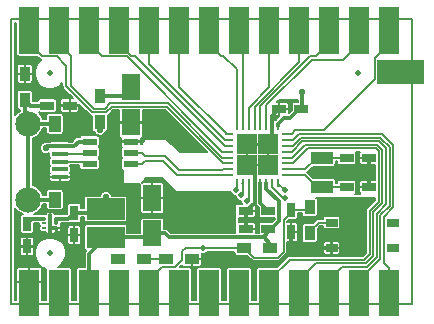
<source format=gtl>
G04 #@! TF.FileFunction,Copper,L1,Top,Signal*
%FSLAX46Y46*%
G04 Gerber Fmt 4.6, Leading zero omitted, Abs format (unit mm)*
G04 Created by KiCad (PCBNEW 4.0.1-3.201512221401+6198~38~ubuntu15.10.1-stable) date Tue Jan  5 23:14:19 2016*
%MOMM*%
G01*
G04 APERTURE LIST*
%ADD10C,0.100000*%
%ADD11C,0.150000*%
%ADD12R,2.000000X2.000000*%
%ADD13R,1.600200X2.199640*%
%ADD14R,1.250000X0.600000*%
%ADD15R,0.900000X1.200000*%
%ADD16C,0.500000*%
%ADD17R,0.700000X0.250000*%
%ADD18R,0.250000X0.700000*%
%ADD19R,1.725000X1.725000*%
%ADD20R,1.200000X0.750000*%
%ADD21R,0.750000X1.200000*%
%ADD22R,1.200000X0.900000*%
%ADD23R,0.350000X0.180000*%
%ADD24R,0.300000X1.500000*%
%ADD25R,1.900000X1.100000*%
%ADD26R,1.050000X0.650000*%
%ADD27R,1.727200X2.032000*%
%ADD28R,1.350000X0.400000*%
%ADD29C,2.150000*%
%ADD30R,1.000000X1.350000*%
%ADD31C,0.584200*%
%ADD32C,0.508000*%
%ADD33C,0.304800*%
%ADD34C,0.152400*%
%ADD35C,0.203200*%
G04 APERTURE END LIST*
D10*
D11*
X0Y0D02*
X0Y24130000D01*
X33909000Y0D02*
X0Y0D01*
X33909000Y24130000D02*
X33909000Y0D01*
X0Y24130000D02*
X33909000Y24130000D01*
D12*
X32004000Y19685000D03*
X33909000Y19685000D03*
D13*
X11938000Y5991860D03*
X11938000Y8994140D03*
X10160000Y18392140D03*
X10160000Y15389860D03*
D14*
X10132000Y13777000D03*
X10132000Y12827000D03*
X10132000Y11877000D03*
X6632000Y11877000D03*
X6632000Y12827000D03*
X6632000Y13777000D03*
D15*
X7493000Y15410000D03*
X7493000Y17610000D03*
D16*
X29337000Y19558000D03*
D15*
X1143000Y19515000D03*
X1143000Y17315000D03*
D17*
X23254500Y10923500D03*
X23254500Y11423500D03*
X23254500Y11923500D03*
X23254500Y12423500D03*
X23254500Y12923500D03*
X23254500Y13423500D03*
X23254500Y13923500D03*
X23254500Y14423500D03*
D18*
X22604500Y15073500D03*
X22104500Y15073500D03*
X21604500Y15073500D03*
X21104500Y15073500D03*
X20604500Y15073500D03*
X20104500Y15073500D03*
X19604500Y15073500D03*
X19104500Y15073500D03*
D17*
X18454500Y14423500D03*
X18454500Y13923500D03*
X18454500Y13423500D03*
X18454500Y12923500D03*
X18454500Y12423500D03*
X18454500Y11923500D03*
X18454500Y11423500D03*
X18454500Y10923500D03*
D18*
X19104500Y10273500D03*
X19604500Y10273500D03*
X20104500Y10273500D03*
X20604500Y10273500D03*
X21104500Y10273500D03*
X21604500Y10273500D03*
X22104500Y10273500D03*
X22604500Y10273500D03*
D19*
X19992000Y13536000D03*
X19992000Y11811000D03*
X21717000Y13536000D03*
X21717000Y11811000D03*
D20*
X21778000Y7874000D03*
X19878000Y7874000D03*
D10*
G36*
X6401000Y8958000D02*
X9601000Y8958000D01*
X9601000Y7158000D01*
X6401000Y7158000D01*
X6401000Y8958000D01*
X6401000Y8958000D01*
G37*
G36*
X6401000Y6558000D02*
X9601000Y6558000D01*
X9601000Y4758000D01*
X6401000Y4758000D01*
X6401000Y6558000D01*
X6401000Y6558000D01*
G37*
D20*
X4948000Y16827500D03*
X3048000Y16827500D03*
X28387000Y9906000D03*
X30287000Y9906000D03*
X28387000Y12382500D03*
X30287000Y12382500D03*
X24572000Y16510000D03*
X22672000Y16510000D03*
X21778000Y6350000D03*
X19878000Y6350000D03*
D21*
X23685500Y7998500D03*
X23685500Y6098500D03*
D22*
X9060000Y3835400D03*
X11260000Y3835400D03*
X19728000Y4762500D03*
X21928000Y4762500D03*
D15*
X25273000Y8212000D03*
X25273000Y6012000D03*
D21*
X5334000Y7747000D03*
X5334000Y5847000D03*
X1333500Y6792000D03*
X1333500Y4892000D03*
D22*
X13090800Y3835400D03*
X15290800Y3835400D03*
D23*
X3827000Y6458000D03*
X3827000Y6858000D03*
X3827000Y7258000D03*
X2777000Y7258000D03*
X2777000Y6858000D03*
X2777000Y6458000D03*
D24*
X3302000Y6858000D03*
D16*
X3302000Y4318000D03*
X3302000Y19558000D03*
D25*
X26289000Y9926000D03*
X26289000Y12426000D03*
D26*
X27118000Y4767000D03*
X32318000Y4767000D03*
X32318000Y6917000D03*
X27118000Y6917000D03*
D27*
X32004000Y0D03*
X29464000Y0D03*
X26924000Y0D03*
X24384000Y0D03*
X21844000Y0D03*
X19304000Y0D03*
X16764000Y0D03*
X14224000Y0D03*
X11684000Y0D03*
X9144000Y0D03*
X6604000Y0D03*
X4064000Y0D03*
X1524000Y0D03*
X1524000Y1905000D03*
X4064000Y1905000D03*
X6604000Y1905000D03*
X9144000Y1905000D03*
X11684000Y1905000D03*
X14224000Y1905000D03*
X16764000Y1905000D03*
X19304000Y1905000D03*
X21844000Y1905000D03*
X24384000Y1905000D03*
X26924000Y1905000D03*
X29464000Y1905000D03*
X32004000Y1905000D03*
X1524000Y24130000D03*
X4064000Y24130000D03*
X6604000Y24130000D03*
X9144000Y24130000D03*
X11684000Y24130000D03*
X14224000Y24130000D03*
X16764000Y24130000D03*
X19304000Y24130000D03*
X21844000Y24130000D03*
X24384000Y24130000D03*
X26924000Y24130000D03*
X29464000Y24130000D03*
X32004000Y24130000D03*
X32004000Y22225000D03*
X29464000Y22225000D03*
X26924000Y22225000D03*
X24384000Y22225000D03*
X21844000Y22225000D03*
X19304000Y22225000D03*
X16764000Y22225000D03*
X14224000Y22225000D03*
X11684000Y22225000D03*
X9144000Y22225000D03*
X6604000Y22225000D03*
X4064000Y22225000D03*
X1524000Y22225000D03*
D28*
X4122800Y13365000D03*
X4122800Y12715000D03*
X4122800Y12065000D03*
X4122800Y11415000D03*
X4122800Y10765000D03*
D29*
X1447800Y15290000D03*
X1447800Y8840000D03*
D30*
X3697800Y8865000D03*
X3697800Y15265000D03*
D31*
X26035000Y4762500D03*
X23749000Y4635500D03*
X19878000Y6350000D03*
X19878000Y7874000D03*
X22672000Y16510000D03*
X29464000Y10668000D03*
X29464000Y11620500D03*
X30289500Y10668000D03*
X30289500Y11620500D03*
X3302000Y5905500D03*
X21717000Y11811000D03*
X21717000Y13536000D03*
X19992000Y13536000D03*
X19992000Y11811000D03*
D32*
X16255597Y4771510D03*
X19490888Y9211112D03*
X23180978Y8983709D03*
X23172984Y9644062D03*
D31*
X24638000Y17970500D03*
X10160000Y18392140D03*
X7493000Y14795500D03*
X8001000Y9080500D03*
X2921000Y13223800D03*
X1397000Y6794500D03*
D32*
X9042400Y3835400D03*
X19957862Y8744138D03*
X19023914Y9678086D03*
D33*
X27118000Y4767000D02*
X26039500Y4767000D01*
X26039500Y4767000D02*
X26035000Y4762500D01*
X23685500Y6098500D02*
X23685500Y4699000D01*
X23685500Y4699000D02*
X23749000Y4635500D01*
X30289500Y10668000D02*
X29464000Y10668000D01*
X30289500Y11620500D02*
X29464000Y11620500D01*
X30289500Y10668000D02*
X30289500Y9908500D01*
X30289500Y9908500D02*
X30287000Y9906000D01*
X30287000Y12382500D02*
X30287000Y11623000D01*
X30287000Y11623000D02*
X30289500Y11620500D01*
X20604500Y8600500D02*
X19878000Y7874000D01*
X19878000Y7874000D02*
X19878000Y6350000D01*
X22672000Y16510000D02*
X22104500Y15942500D01*
X22104500Y15942500D02*
X22104500Y15073500D01*
X3302000Y6858000D02*
X3302000Y5905500D01*
X3302000Y6623000D02*
X3302000Y7093000D01*
X3302000Y6553200D02*
X3302000Y7093000D01*
X3827000Y6458000D02*
X3467000Y6458000D01*
X3467000Y6458000D02*
X3302000Y6623000D01*
X20604500Y10273500D02*
X20604500Y8600500D01*
X20604500Y10273500D02*
X20604500Y11198500D01*
X22104500Y15073500D02*
X22104500Y13923500D01*
X22104500Y13923500D02*
X21717000Y13536000D01*
D34*
X26289000Y9926000D02*
X28367000Y9926000D01*
X28367000Y9926000D02*
X28387000Y9906000D01*
X26289000Y9926000D02*
X25889000Y9926000D01*
X25889000Y9926000D02*
X24891500Y10923500D01*
X24891500Y10923500D02*
X23254500Y10923500D01*
X26289000Y12426000D02*
X28343500Y12426000D01*
X28343500Y12426000D02*
X28387000Y12382500D01*
X26289000Y12426000D02*
X25889000Y12426000D01*
X25889000Y12426000D02*
X24886500Y11423500D01*
X24886500Y11423500D02*
X23756900Y11423500D01*
X23756900Y11423500D02*
X23254500Y11423500D01*
X16255597Y4771510D02*
X15598123Y4769079D01*
X11684000Y1905000D02*
X11684000Y2057400D01*
X11684000Y2057400D02*
X12783399Y3156799D01*
X12783399Y3156799D02*
X13873681Y3156799D01*
X13873681Y3156799D02*
X14462199Y3745317D01*
X14462199Y3745317D02*
X14462199Y4468281D01*
X14462199Y4468281D02*
X14762997Y4769079D01*
X14762997Y4769079D02*
X15598123Y4769079D01*
X19748500Y4762500D02*
X16255597Y4771510D01*
X19604500Y10273500D02*
X19604500Y9324724D01*
X19604500Y9324724D02*
X19490888Y9211112D01*
X23685500Y7998500D02*
X25059500Y7998500D01*
X25059500Y7998500D02*
X25273000Y8212000D01*
X19748500Y4762500D02*
X20574000Y3937000D01*
X20574000Y3937000D02*
X22563982Y3937000D01*
X22563982Y3937000D02*
X23081899Y4454917D01*
X23081899Y4454917D02*
X23081899Y7169899D01*
X23081899Y7169899D02*
X23685500Y7773500D01*
X23685500Y7773500D02*
X23685500Y7998500D01*
X19604500Y10273500D02*
X19563089Y10232089D01*
X4122800Y12715000D02*
X6520000Y12715000D01*
X6520000Y12715000D02*
X6632000Y12827000D01*
X4122800Y12065000D02*
X6444000Y12065000D01*
X6444000Y12065000D02*
X6632000Y11877000D01*
X27118000Y6917000D02*
X26028000Y6917000D01*
X26028000Y6917000D02*
X25273000Y6162000D01*
X25273000Y6162000D02*
X25273000Y6012000D01*
X22104500Y10273500D02*
X22104500Y9887018D01*
X22104500Y9887018D02*
X23007809Y8983709D01*
X23007809Y8983709D02*
X23180978Y8983709D01*
X22604500Y10273500D02*
X22604500Y10212546D01*
X22604500Y10212546D02*
X23172984Y9644062D01*
X22604500Y10273500D02*
X22604500Y10048500D01*
D33*
X21372479Y5670199D02*
X21380801Y5670199D01*
X21380801Y5670199D02*
X21928000Y5123000D01*
X21928000Y5123000D02*
X21928000Y4762500D01*
X21372479Y5670199D02*
X13364561Y5670199D01*
X21694140Y5991860D02*
X21372479Y5670199D01*
X22682800Y7029800D02*
X22003000Y6350000D01*
X21694140Y5991860D02*
X21694140Y6266140D01*
X22682801Y8715199D02*
X22682801Y7221400D01*
X21604500Y9793500D02*
X22682801Y8715199D01*
X22682801Y7221400D02*
X22682800Y7029800D01*
X21928000Y6200000D02*
X21778000Y6350000D01*
X21694140Y6266140D02*
X21778000Y6350000D01*
X22003000Y6350000D02*
X21778000Y6350000D01*
X21604500Y10273500D02*
X21604500Y9793500D01*
X13042900Y5991860D02*
X11938000Y5991860D01*
X13364561Y5670199D02*
X13042900Y5991860D01*
X8001000Y5658000D02*
X11604140Y5658000D01*
X6604000Y1905000D02*
X6604000Y4261000D01*
X6604000Y4261000D02*
X8001000Y5658000D01*
X11604140Y5658000D02*
X11938000Y5991860D01*
X24638000Y17970500D02*
X24638000Y16576000D01*
X24638000Y16576000D02*
X24572000Y16510000D01*
X7493000Y17610000D02*
X9377860Y17610000D01*
X9377860Y17610000D02*
X10160000Y18392140D01*
X23054000Y15748000D02*
X23585000Y15748000D01*
X23585000Y15748000D02*
X24347000Y16510000D01*
X24347000Y16510000D02*
X24572000Y16510000D01*
X22604500Y15073500D02*
X22604500Y15298500D01*
X22604500Y15298500D02*
X23054000Y15748000D01*
X7493000Y14795500D02*
X7493000Y15410000D01*
X8001000Y8058000D02*
X8001000Y9080500D01*
X7493000Y15410000D02*
X7493000Y15052000D01*
X5334000Y7747000D02*
X7690000Y7747000D01*
X7690000Y7747000D02*
X8001000Y8058000D01*
X3827000Y7258000D02*
X4845000Y7258000D01*
X4845000Y7258000D02*
X5334000Y7747000D01*
X3827000Y7258000D02*
X3827000Y6915210D01*
X21104500Y8547500D02*
X21778000Y7874000D01*
X21807000Y7874000D02*
X22032000Y7874000D01*
X21104500Y10273500D02*
X21104500Y8547500D01*
X5300500Y13365000D02*
X5300500Y13375300D01*
X5300500Y13375300D02*
X5702200Y13777000D01*
X5702200Y13777000D02*
X6632000Y13777000D01*
X4122800Y13365000D02*
X5300500Y13365000D01*
X4122800Y13365000D02*
X3062200Y13365000D01*
X3062200Y13365000D02*
X2921000Y13223800D01*
X1447800Y8840000D02*
X1447800Y15290000D01*
X3697800Y8865000D02*
X1472800Y8865000D01*
X1472800Y8865000D02*
X1447800Y8840000D01*
X3697800Y15265000D02*
X1472800Y15265000D01*
X1472800Y15265000D02*
X1447800Y15290000D01*
X3048000Y16827500D02*
X1630500Y16827500D01*
X1630500Y16827500D02*
X1143000Y17315000D01*
X1143000Y17315000D02*
X1143000Y15594800D01*
X1143000Y15594800D02*
X1447800Y15290000D01*
X1397000Y17061000D02*
X1143000Y17315000D01*
X1847000Y14527500D02*
X1397000Y14977500D01*
D35*
X13005168Y12555200D02*
X14183668Y11376700D01*
X14183668Y11376700D02*
X17882700Y11376700D01*
X17882700Y11376700D02*
X17929500Y11423500D01*
X17929500Y11423500D02*
X18454500Y11423500D01*
X10132000Y12827000D02*
X11069500Y12827000D01*
X11069500Y12827000D02*
X11341300Y12555200D01*
X11341300Y12555200D02*
X13005168Y12555200D01*
X12836832Y12148800D02*
X14015332Y10970300D01*
X14015332Y10970300D02*
X17882700Y10970300D01*
X17882700Y10970300D02*
X17929500Y10923500D01*
X17929500Y10923500D02*
X18454500Y10923500D01*
X10132000Y11877000D02*
X11069500Y11877000D01*
X11069500Y11877000D02*
X11341300Y12148800D01*
X11341300Y12148800D02*
X12836832Y12148800D01*
D34*
X11260000Y3835400D02*
X13090800Y3835400D01*
D33*
X1333500Y6792000D02*
X1799500Y7258000D01*
X1799500Y7258000D02*
X2777000Y7258000D01*
X1397000Y6855500D02*
X1333500Y6792000D01*
D34*
X21844000Y1905000D02*
X21844000Y2057400D01*
X21844000Y2057400D02*
X23571220Y3784620D01*
X23571220Y3784620D02*
X29896554Y3784620D01*
X29896554Y3784620D02*
X30345162Y4233228D01*
X25156119Y13204601D02*
X23875018Y11923500D01*
X30345162Y4233228D02*
X30345163Y7929909D01*
X30345163Y7929909D02*
X31115601Y8700347D01*
X31115601Y8700347D02*
X31115601Y12940381D01*
X31115601Y12940381D02*
X30851381Y13204601D01*
X30851381Y13204601D02*
X25156119Y13204601D01*
X23875018Y11923500D02*
X23254500Y11923500D01*
X24384000Y1905000D02*
X24384000Y2057400D01*
X23753452Y12423500D02*
X23254500Y12423500D01*
X24384000Y2057400D02*
X25806410Y3479810D01*
X30977638Y13509410D02*
X24839363Y13509411D01*
X25806410Y3479810D02*
X30022810Y3479810D01*
X30022810Y3479810D02*
X30649971Y4106971D01*
X30649971Y4106971D02*
X30649972Y7803652D01*
X30649972Y7803652D02*
X31420411Y8574091D01*
X31420411Y8574091D02*
X31420411Y13066637D01*
X31420411Y13066637D02*
X30977638Y13509410D01*
X24839363Y13509411D02*
X23753452Y12423500D01*
X30954781Y7677395D02*
X31725220Y8447834D01*
X31725220Y8447834D02*
X31725220Y13192894D01*
X30954780Y3979246D02*
X30954781Y7677395D01*
X30150534Y3175000D02*
X30954780Y3979246D01*
X26924000Y1905000D02*
X26924000Y2057400D01*
X26924000Y2057400D02*
X28041600Y3175000D01*
X28041600Y3175000D02*
X30150534Y3175000D01*
X23254500Y12923500D02*
X23756900Y12923500D01*
X23756900Y12923500D02*
X24647619Y13814219D01*
X24647619Y13814219D02*
X31103895Y13814219D01*
X31103895Y13814219D02*
X31725220Y13192894D01*
X32030030Y8321578D02*
X32030030Y13319150D01*
X31259589Y3852989D02*
X31259590Y7551138D01*
X31259590Y7551138D02*
X32030030Y8321578D01*
X29464000Y1905000D02*
X29464000Y2057400D01*
X29464000Y2057400D02*
X31259589Y3852989D01*
X23254500Y13423500D02*
X23825834Y13423500D01*
X23825834Y13423500D02*
X24521363Y14119029D01*
X24521363Y14119029D02*
X31230152Y14119028D01*
X31230152Y14119028D02*
X32030030Y13319150D01*
X32334840Y13445406D02*
X32334840Y8195322D01*
X32334840Y8195322D02*
X31564399Y7424881D01*
X31564399Y7424881D02*
X31564399Y3513001D01*
X31564399Y3513001D02*
X32004000Y3073400D01*
X32004000Y3073400D02*
X32004000Y1905000D01*
X23254500Y13923500D02*
X23894768Y13923500D01*
X23894768Y13923500D02*
X24395105Y14423837D01*
X24395105Y14423837D02*
X31356409Y14423837D01*
X31356409Y14423837D02*
X32334840Y13445406D01*
X23254500Y14423500D02*
X23756900Y14423500D01*
X23756900Y14423500D02*
X24062047Y14728647D01*
X24062047Y14728647D02*
X26470425Y14728647D01*
X26470425Y14728647D02*
X30775399Y19033621D01*
X30775399Y20843999D02*
X32004000Y22072600D01*
X30775399Y19033621D02*
X30775399Y20843999D01*
X32004000Y22072600D02*
X32004000Y22225000D01*
X20104500Y8890776D02*
X19957862Y8744138D01*
X20104500Y10273500D02*
X20104500Y8890776D01*
X21604500Y16828982D02*
X25451107Y20675589D01*
X25451107Y20675589D02*
X28066989Y20675589D01*
X28066989Y20675589D02*
X29464000Y22072600D01*
X29464000Y22072600D02*
X29464000Y22225000D01*
X21604500Y15073500D02*
X21604500Y16828982D01*
X21104500Y16760048D02*
X25324851Y20980399D01*
X25324851Y20980399D02*
X25831799Y20980399D01*
X25831799Y20980399D02*
X26924000Y22072600D01*
X26924000Y22072600D02*
X26924000Y22225000D01*
X21104500Y15073500D02*
X21104500Y16760048D01*
X24384000Y20470614D02*
X24384000Y22225000D01*
X24384000Y22072600D02*
X24384000Y22225000D01*
X20604500Y16691114D02*
X24384000Y20470614D01*
X20604500Y15073500D02*
X20604500Y16691114D01*
X21844000Y18361680D02*
X21844000Y22225000D01*
X21844000Y22072600D02*
X21844000Y22225000D01*
X20104500Y16622180D02*
X21844000Y18361680D01*
X20104500Y15073500D02*
X20104500Y16622180D01*
X19604500Y15073500D02*
X19604500Y21924500D01*
X19604500Y21924500D02*
X19304000Y22225000D01*
X19304000Y22072600D02*
X19304000Y22225000D01*
X17780000Y21056600D02*
X16764000Y22072600D01*
X16764000Y22072600D02*
X16764000Y22225000D01*
X17932400Y21056600D02*
X17780000Y21056600D01*
X19104500Y19884500D02*
X17932400Y21056600D01*
X19104500Y15073500D02*
X19104500Y19884500D01*
X14224000Y21056600D02*
X14224000Y22225000D01*
X14224000Y22072600D02*
X14224000Y22225000D01*
X14224000Y18429000D02*
X14224000Y21056600D01*
X18454500Y14423500D02*
X18229500Y14423500D01*
X18229500Y14423500D02*
X14224000Y18429000D01*
X11684000Y21056600D02*
X11684000Y22225000D01*
X11684000Y22072600D02*
X11684000Y22225000D01*
X11684000Y20307518D02*
X11684000Y21056600D01*
X18068018Y13923500D02*
X11684000Y20307518D01*
X18454500Y13923500D02*
X18068018Y13923500D01*
X10160000Y21056600D02*
X9144000Y22072600D01*
X9144000Y22072600D02*
X9144000Y22225000D01*
X10492008Y21056600D02*
X10160000Y21056600D01*
X18454500Y13423500D02*
X18125108Y13423500D01*
X18125108Y13423500D02*
X10492008Y21056600D01*
X7696210Y20980390D02*
X6604000Y22072600D01*
X6604000Y22072600D02*
X6604000Y22225000D01*
X9805144Y20980390D02*
X7696210Y20980390D01*
X17862034Y12923500D02*
X9805144Y20980390D01*
X18454500Y12923500D02*
X17862034Y12923500D01*
X4064000Y22072600D02*
X4064000Y22225000D01*
X5080000Y21056600D02*
X4064000Y22072600D01*
X5080000Y18449786D02*
X5080000Y21056600D01*
X6986375Y16543411D02*
X5080000Y18449786D01*
X7920845Y16543411D02*
X6986375Y16543411D01*
X8400524Y17023090D02*
X7920845Y16543411D01*
X13283575Y17023091D02*
X8400524Y17023090D01*
X17883166Y12423500D02*
X13283575Y17023091D01*
X18454500Y12423500D02*
X17883166Y12423500D01*
X4628201Y19013317D02*
X4628201Y19118395D01*
X4628201Y19118395D02*
X4628201Y20194577D01*
X4628201Y18470519D02*
X4628201Y19118395D01*
X4628201Y20194577D02*
X3842388Y20980390D01*
X3842388Y20980390D02*
X2616210Y20980390D01*
X2616210Y20980390D02*
X1524000Y22072600D01*
X1524000Y22072600D02*
X1524000Y22225000D01*
X6860119Y16238601D02*
X4628201Y18470519D01*
X8047101Y16238601D02*
X6860119Y16238601D01*
X17952100Y11923500D02*
X13157319Y16718281D01*
X13157319Y16718281D02*
X8526781Y16718281D01*
X8526781Y16718281D02*
X8047101Y16238601D01*
X18454500Y11923500D02*
X17952100Y11923500D01*
X19104500Y10273500D02*
X19104500Y9758672D01*
X19104500Y9758672D02*
X19023914Y9678086D01*
X19104500Y10273500D02*
X19104500Y10048500D01*
G36*
X427322Y21209000D02*
X443262Y21124286D01*
X493328Y21046482D01*
X569720Y20994285D01*
X660400Y20975922D01*
X2189626Y20975922D01*
X2400684Y20764864D01*
X2499568Y20698792D01*
X2560668Y20686638D01*
X2551749Y20682953D01*
X2178358Y20310213D01*
X1976031Y19822955D01*
X1975570Y19295360D01*
X2177047Y18807749D01*
X2549787Y18434358D01*
X3037045Y18232031D01*
X3564640Y18231570D01*
X4052251Y18433047D01*
X4323401Y18703724D01*
X4323401Y18470519D01*
X4346603Y18353877D01*
X4412675Y18254993D01*
X5236568Y17431100D01*
X5017850Y17431100D01*
X4960700Y17373950D01*
X4960700Y16840200D01*
X5719450Y16840200D01*
X5773459Y16894209D01*
X6644593Y16023075D01*
X6743477Y15957003D01*
X6809922Y15943786D01*
X6809922Y14810000D01*
X6825862Y14725286D01*
X6875928Y14647482D01*
X6952320Y14595285D01*
X7017809Y14582023D01*
X7051315Y14500933D01*
X7197662Y14354330D01*
X7388972Y14274891D01*
X7596119Y14274710D01*
X7787567Y14353815D01*
X7934170Y14500162D01*
X7967997Y14581625D01*
X8027714Y14592862D01*
X8105518Y14642928D01*
X8157715Y14719320D01*
X8176078Y14810000D01*
X8176078Y15320010D01*
X9131300Y15320010D01*
X9131300Y14244569D01*
X9166102Y14160549D01*
X9230408Y14096243D01*
X9278400Y14076364D01*
X9278400Y13846850D01*
X9335550Y13789700D01*
X10119300Y13789700D01*
X10119300Y13809700D01*
X10144700Y13809700D01*
X10144700Y13789700D01*
X10928450Y13789700D01*
X10985600Y13846850D01*
X10985600Y14061440D01*
X11005572Y14061440D01*
X11089592Y14096243D01*
X11153898Y14160549D01*
X11188700Y14244569D01*
X11188700Y15320010D01*
X11131550Y15377160D01*
X10172700Y15377160D01*
X10172700Y15357160D01*
X10147300Y15357160D01*
X10147300Y15377160D01*
X9188450Y15377160D01*
X9131300Y15320010D01*
X8176078Y15320010D01*
X8176078Y15965245D01*
X8262627Y16023075D01*
X8653033Y16413481D01*
X9131300Y16413481D01*
X9131300Y15459710D01*
X9188450Y15402560D01*
X10147300Y15402560D01*
X10147300Y15422560D01*
X10172700Y15422560D01*
X10172700Y15402560D01*
X11131550Y15402560D01*
X11188700Y15459710D01*
X11188700Y16413481D01*
X13031067Y16413481D01*
X16592148Y12852400D01*
X14255564Y12852400D01*
X13109482Y13998482D01*
X13085246Y14014797D01*
X13055600Y14020800D01*
X11379200Y14020800D01*
X11357622Y14017681D01*
X11330889Y14003528D01*
X11311769Y13980090D01*
X11079195Y13538200D01*
X10985600Y13538200D01*
X10985600Y13707150D01*
X10928450Y13764300D01*
X10144700Y13764300D01*
X10144700Y13744300D01*
X10119300Y13744300D01*
X10119300Y13764300D01*
X9335550Y13764300D01*
X9278400Y13707150D01*
X9278400Y13431529D01*
X9313202Y13347509D01*
X9357964Y13302747D01*
X9344482Y13294072D01*
X9292285Y13217680D01*
X9273922Y13127000D01*
X9273922Y12527000D01*
X9289862Y12442286D01*
X9339928Y12364482D01*
X9357520Y12352462D01*
X9344482Y12344072D01*
X9292285Y12267680D01*
X9273922Y12177000D01*
X9273922Y11577000D01*
X9289862Y11492286D01*
X9339928Y11414482D01*
X9416320Y11362285D01*
X9423400Y11360851D01*
X9423400Y10287000D01*
X9428611Y10259305D01*
X9444979Y10233868D01*
X9469954Y10216803D01*
X9499600Y10210800D01*
X10922000Y10210800D01*
X10940346Y10214384D01*
X10909300Y10139431D01*
X10909300Y9063990D01*
X10966450Y9006840D01*
X11925300Y9006840D01*
X11925300Y10265410D01*
X11950700Y10265410D01*
X11950700Y9006840D01*
X12909550Y9006840D01*
X12966700Y9063990D01*
X12966700Y10139431D01*
X12931898Y10223451D01*
X12867592Y10287757D01*
X12783572Y10322560D01*
X12007850Y10322560D01*
X11950700Y10265410D01*
X11925300Y10265410D01*
X11868150Y10322560D01*
X11092428Y10322560D01*
X11046158Y10303394D01*
X11410764Y10668000D01*
X12770036Y10668000D01*
X13916118Y9521918D01*
X13940354Y9505603D01*
X13970000Y9499600D01*
X18491200Y9499600D01*
X18519873Y9505201D01*
X18545082Y9521918D01*
X18560073Y9536909D01*
X18614547Y9405072D01*
X18750186Y9269196D01*
X18927498Y9195570D01*
X19008274Y9195499D01*
X19008204Y9115538D01*
X19081521Y8938098D01*
X19217160Y8802222D01*
X19394472Y8728596D01*
X19475248Y8728525D01*
X19475178Y8648564D01*
X19527597Y8521700D01*
X19050000Y8521700D01*
X19022305Y8516489D01*
X18996868Y8500121D01*
X18979803Y8475146D01*
X18973800Y8445500D01*
X18973800Y6051199D01*
X13522376Y6051199D01*
X13312308Y6261268D01*
X13188703Y6343858D01*
X13042900Y6372860D01*
X12971178Y6372860D01*
X12971178Y7091680D01*
X12955238Y7176394D01*
X12905172Y7254198D01*
X12828780Y7306395D01*
X12738100Y7324758D01*
X11137900Y7324758D01*
X11053186Y7308818D01*
X10975382Y7258752D01*
X10923185Y7182360D01*
X10904822Y7091680D01*
X10904822Y6039000D01*
X9834078Y6039000D01*
X9834078Y6558000D01*
X9818138Y6642714D01*
X9768072Y6720518D01*
X9691680Y6772715D01*
X9601000Y6791078D01*
X6401000Y6791078D01*
X6316286Y6775138D01*
X6238482Y6725072D01*
X6186285Y6648680D01*
X6167922Y6558000D01*
X6167922Y4758000D01*
X6183862Y4673286D01*
X6233928Y4595482D01*
X6310320Y4543285D01*
X6341213Y4537029D01*
X6334592Y4530408D01*
X6252002Y4406803D01*
X6241029Y4351639D01*
X6223000Y4261000D01*
X6223000Y3154078D01*
X5740400Y3154078D01*
X5655686Y3138138D01*
X5577882Y3088072D01*
X5525685Y3011680D01*
X5507322Y2921000D01*
X5507322Y330200D01*
X5160678Y330200D01*
X5160678Y2921000D01*
X5144738Y3005714D01*
X5094672Y3083518D01*
X5018280Y3135715D01*
X4927600Y3154078D01*
X3957939Y3154078D01*
X4052251Y3193047D01*
X4425642Y3565787D01*
X4627969Y4053045D01*
X4628430Y4580640D01*
X4426953Y5068251D01*
X4054213Y5441642D01*
X3566955Y5643969D01*
X3039360Y5644430D01*
X2551749Y5442953D01*
X2178358Y5070213D01*
X1976031Y4582955D01*
X1975570Y4055360D01*
X2177047Y3567749D01*
X2549787Y3194358D01*
X2986578Y3012987D01*
X2985685Y3011680D01*
X2967322Y2921000D01*
X2967322Y330200D01*
X2616200Y330200D01*
X2616200Y1835150D01*
X2559050Y1892300D01*
X1536700Y1892300D01*
X1536700Y330200D01*
X1511300Y330200D01*
X1511300Y1892300D01*
X488950Y1892300D01*
X431800Y1835150D01*
X431800Y330200D01*
X330200Y330200D01*
X330200Y2966471D01*
X431800Y2966471D01*
X431800Y1974850D01*
X488950Y1917700D01*
X1511300Y1917700D01*
X1511300Y3092450D01*
X1536700Y3092450D01*
X1536700Y1917700D01*
X2559050Y1917700D01*
X2616200Y1974850D01*
X2616200Y2966471D01*
X2581398Y3050491D01*
X2517092Y3114797D01*
X2433072Y3149600D01*
X1593850Y3149600D01*
X1536700Y3092450D01*
X1511300Y3092450D01*
X1454150Y3149600D01*
X614928Y3149600D01*
X530908Y3114797D01*
X466602Y3050491D01*
X431800Y2966471D01*
X330200Y2966471D01*
X330200Y4822150D01*
X729900Y4822150D01*
X729900Y4246529D01*
X764702Y4162509D01*
X829008Y4098203D01*
X913028Y4063400D01*
X1263650Y4063400D01*
X1320800Y4120550D01*
X1320800Y4879300D01*
X1346200Y4879300D01*
X1346200Y4120550D01*
X1403350Y4063400D01*
X1753972Y4063400D01*
X1837992Y4098203D01*
X1902298Y4162509D01*
X1937100Y4246529D01*
X1937100Y4822150D01*
X1879950Y4879300D01*
X1346200Y4879300D01*
X1320800Y4879300D01*
X787050Y4879300D01*
X729900Y4822150D01*
X330200Y4822150D01*
X330200Y5537471D01*
X729900Y5537471D01*
X729900Y4961850D01*
X787050Y4904700D01*
X1320800Y4904700D01*
X1320800Y5663450D01*
X1346200Y5663450D01*
X1346200Y4904700D01*
X1879950Y4904700D01*
X1937100Y4961850D01*
X1937100Y5537471D01*
X1902298Y5621491D01*
X1837992Y5685797D01*
X1753972Y5720600D01*
X1403350Y5720600D01*
X1346200Y5663450D01*
X1320800Y5663450D01*
X1263650Y5720600D01*
X913028Y5720600D01*
X829008Y5685797D01*
X764702Y5621491D01*
X729900Y5537471D01*
X330200Y5537471D01*
X330200Y5777150D01*
X4730400Y5777150D01*
X4730400Y5201529D01*
X4765202Y5117509D01*
X4829508Y5053203D01*
X4913528Y5018400D01*
X5264150Y5018400D01*
X5321300Y5075550D01*
X5321300Y5834300D01*
X5346700Y5834300D01*
X5346700Y5075550D01*
X5403850Y5018400D01*
X5754472Y5018400D01*
X5838492Y5053203D01*
X5902798Y5117509D01*
X5937600Y5201529D01*
X5937600Y5777150D01*
X5880450Y5834300D01*
X5346700Y5834300D01*
X5321300Y5834300D01*
X4787550Y5834300D01*
X4730400Y5777150D01*
X330200Y5777150D01*
X330200Y8131134D01*
X342017Y8102535D01*
X708406Y7735506D01*
X974346Y7625078D01*
X958500Y7625078D01*
X873786Y7609138D01*
X795982Y7559072D01*
X743785Y7482680D01*
X725422Y7392000D01*
X725422Y6192000D01*
X741362Y6107286D01*
X791428Y6029482D01*
X867820Y5977285D01*
X958500Y5958922D01*
X1708500Y5958922D01*
X1793214Y5974862D01*
X1871018Y6024928D01*
X1923215Y6101320D01*
X1941578Y6192000D01*
X1941578Y6861263D01*
X1957315Y6877000D01*
X2368922Y6877000D01*
X2368922Y6768000D01*
X2384862Y6683286D01*
X2400819Y6658488D01*
X2387285Y6638680D01*
X2368922Y6548000D01*
X2368922Y6368000D01*
X2384862Y6283286D01*
X2434928Y6205482D01*
X2511320Y6153285D01*
X2602000Y6134922D01*
X2923400Y6134922D01*
X2923400Y6062528D01*
X2958203Y5978508D01*
X3022509Y5914202D01*
X3106529Y5879400D01*
X3232150Y5879400D01*
X3289300Y5936550D01*
X3289300Y6845300D01*
X3269300Y6845300D01*
X3269300Y6870700D01*
X3289300Y6870700D01*
X3289300Y7779450D01*
X3314700Y7779450D01*
X3314700Y6870700D01*
X3334700Y6870700D01*
X3334700Y6845300D01*
X3314700Y6845300D01*
X3314700Y5936550D01*
X3371850Y5879400D01*
X3497471Y5879400D01*
X3581491Y5914202D01*
X3645797Y5978508D01*
X3680600Y6062528D01*
X3680600Y6139400D01*
X3757150Y6139400D01*
X3814300Y6196550D01*
X3814300Y6445300D01*
X3839700Y6445300D01*
X3839700Y6196550D01*
X3896850Y6139400D01*
X4047471Y6139400D01*
X4131491Y6174202D01*
X4195797Y6238508D01*
X4230600Y6322528D01*
X4230600Y6388150D01*
X4173450Y6445300D01*
X3839700Y6445300D01*
X3814300Y6445300D01*
X3794300Y6445300D01*
X3794300Y6470700D01*
X3814300Y6470700D01*
X3814300Y6490700D01*
X3839700Y6490700D01*
X3839700Y6470700D01*
X4173450Y6470700D01*
X4195221Y6492471D01*
X4730400Y6492471D01*
X4730400Y5916850D01*
X4787550Y5859700D01*
X5321300Y5859700D01*
X5321300Y6618450D01*
X5346700Y6618450D01*
X5346700Y5859700D01*
X5880450Y5859700D01*
X5937600Y5916850D01*
X5937600Y6492471D01*
X5902798Y6576491D01*
X5838492Y6640797D01*
X5754472Y6675600D01*
X5403850Y6675600D01*
X5346700Y6618450D01*
X5321300Y6618450D01*
X5264150Y6675600D01*
X4913528Y6675600D01*
X4829508Y6640797D01*
X4765202Y6576491D01*
X4730400Y6492471D01*
X4195221Y6492471D01*
X4230600Y6527850D01*
X4230600Y6593472D01*
X4203736Y6658325D01*
X4216715Y6677320D01*
X4235078Y6768000D01*
X4235078Y6877000D01*
X4845000Y6877000D01*
X4990803Y6906002D01*
X5002656Y6913922D01*
X5709000Y6913922D01*
X5793714Y6929862D01*
X5871518Y6979928D01*
X5923715Y7056320D01*
X5942078Y7147000D01*
X5942078Y7366000D01*
X6167922Y7366000D01*
X6167922Y7158000D01*
X6183862Y7073286D01*
X6233928Y6995482D01*
X6310320Y6943285D01*
X6401000Y6924922D01*
X9601000Y6924922D01*
X9685714Y6940862D01*
X9763518Y6990928D01*
X9815715Y7067320D01*
X9834078Y7158000D01*
X9834078Y8924290D01*
X10909300Y8924290D01*
X10909300Y7848849D01*
X10944102Y7764829D01*
X11008408Y7700523D01*
X11092428Y7665720D01*
X11868150Y7665720D01*
X11925300Y7722870D01*
X11925300Y8981440D01*
X11950700Y8981440D01*
X11950700Y7722870D01*
X12007850Y7665720D01*
X12783572Y7665720D01*
X12867592Y7700523D01*
X12931898Y7764829D01*
X12966700Y7848849D01*
X12966700Y8924290D01*
X12909550Y8981440D01*
X11950700Y8981440D01*
X11925300Y8981440D01*
X10966450Y8981440D01*
X10909300Y8924290D01*
X9834078Y8924290D01*
X9834078Y8958000D01*
X9818138Y9042714D01*
X9768072Y9120518D01*
X9691680Y9172715D01*
X9601000Y9191078D01*
X8518708Y9191078D01*
X8442685Y9375067D01*
X8296338Y9521670D01*
X8105028Y9601109D01*
X7897881Y9601290D01*
X7706433Y9522185D01*
X7559830Y9375838D01*
X7483111Y9191078D01*
X6401000Y9191078D01*
X6316286Y9175138D01*
X6238482Y9125072D01*
X6186285Y9048680D01*
X6167922Y8958000D01*
X6167922Y8128000D01*
X5942078Y8128000D01*
X5942078Y8347000D01*
X5926138Y8431714D01*
X5876072Y8509518D01*
X5799680Y8561715D01*
X5709000Y8580078D01*
X4959000Y8580078D01*
X4874286Y8564138D01*
X4796482Y8514072D01*
X4744285Y8437680D01*
X4725922Y8347000D01*
X4725922Y7677738D01*
X4687184Y7639000D01*
X3827000Y7639000D01*
X3681198Y7609998D01*
X3680600Y7609598D01*
X3680600Y7653472D01*
X3645797Y7737492D01*
X3581491Y7801798D01*
X3497471Y7836600D01*
X3371850Y7836600D01*
X3314700Y7779450D01*
X3289300Y7779450D01*
X3232150Y7836600D01*
X3106529Y7836600D01*
X3022509Y7801798D01*
X2958203Y7737492D01*
X2923400Y7653472D01*
X2923400Y7609598D01*
X2922802Y7609998D01*
X2777000Y7639000D01*
X1954822Y7639000D01*
X2185265Y7734217D01*
X2552294Y8100606D01*
X2711493Y8484000D01*
X2964722Y8484000D01*
X2964722Y8190000D01*
X2980662Y8105286D01*
X3030728Y8027482D01*
X3107120Y7975285D01*
X3197800Y7956922D01*
X4197800Y7956922D01*
X4282514Y7972862D01*
X4360318Y8022928D01*
X4412515Y8099320D01*
X4430878Y8190000D01*
X4430878Y9540000D01*
X4414938Y9624714D01*
X4364872Y9702518D01*
X4288480Y9754715D01*
X4197800Y9773078D01*
X3197800Y9773078D01*
X3113086Y9757138D01*
X3035282Y9707072D01*
X2983085Y9630680D01*
X2964722Y9540000D01*
X2964722Y9246000D01*
X2690541Y9246000D01*
X2553583Y9577465D01*
X2187194Y9944494D01*
X1828800Y10093312D01*
X1828800Y10695150D01*
X3219200Y10695150D01*
X3219200Y10519528D01*
X3254003Y10435508D01*
X3318309Y10371202D01*
X3402329Y10336400D01*
X4052950Y10336400D01*
X4110100Y10393550D01*
X4110100Y10752300D01*
X4135500Y10752300D01*
X4135500Y10393550D01*
X4192650Y10336400D01*
X4843271Y10336400D01*
X4927291Y10371202D01*
X4991597Y10435508D01*
X5026400Y10519528D01*
X5026400Y10695150D01*
X4969250Y10752300D01*
X4135500Y10752300D01*
X4110100Y10752300D01*
X3276350Y10752300D01*
X3219200Y10695150D01*
X1828800Y10695150D01*
X1828800Y13120681D01*
X2400210Y13120681D01*
X2479315Y12929233D01*
X2625662Y12782630D01*
X2816972Y12703191D01*
X3024119Y12703010D01*
X3214722Y12781766D01*
X3214722Y12515000D01*
X3230662Y12430286D01*
X3256561Y12390038D01*
X3233085Y12355680D01*
X3214722Y12265000D01*
X3214722Y11865000D01*
X3230662Y11780286D01*
X3256561Y11740038D01*
X3233085Y11705680D01*
X3214722Y11615000D01*
X3214722Y11215000D01*
X3230662Y11130286D01*
X3253882Y11094201D01*
X3219200Y11010472D01*
X3219200Y10834850D01*
X3276350Y10777700D01*
X4110100Y10777700D01*
X4110100Y10797700D01*
X4135500Y10797700D01*
X4135500Y10777700D01*
X4969250Y10777700D01*
X5026400Y10834850D01*
X5026400Y11010472D01*
X4991800Y11094003D01*
X5012515Y11124320D01*
X5030878Y11215000D01*
X5030878Y11615000D01*
X5014938Y11699714D01*
X4989039Y11739962D01*
X5002867Y11760200D01*
X5773922Y11760200D01*
X5773922Y11577000D01*
X5789862Y11492286D01*
X5839928Y11414482D01*
X5916320Y11362285D01*
X6007000Y11343922D01*
X7257000Y11343922D01*
X7341714Y11359862D01*
X7419518Y11409928D01*
X7471715Y11486320D01*
X7490078Y11577000D01*
X7490078Y12177000D01*
X7474138Y12261714D01*
X7424072Y12339518D01*
X7406480Y12351538D01*
X7419518Y12359928D01*
X7471715Y12436320D01*
X7490078Y12527000D01*
X7490078Y13127000D01*
X7474138Y13211714D01*
X7424072Y13289518D01*
X7406480Y13301538D01*
X7419518Y13309928D01*
X7471715Y13386320D01*
X7490078Y13477000D01*
X7490078Y14077000D01*
X7474138Y14161714D01*
X7424072Y14239518D01*
X7347680Y14291715D01*
X7257000Y14310078D01*
X6007000Y14310078D01*
X5922286Y14294138D01*
X5844482Y14244072D01*
X5792285Y14167680D01*
X5790325Y14158000D01*
X5702205Y14158000D01*
X5702200Y14158001D01*
X5568614Y14131428D01*
X5556398Y14128998D01*
X5432792Y14046408D01*
X5432790Y14046405D01*
X5132384Y13746000D01*
X4937823Y13746000D01*
X4888480Y13779715D01*
X4797800Y13798078D01*
X3447800Y13798078D01*
X3363086Y13782138D01*
X3306927Y13746000D01*
X3062200Y13746000D01*
X3034477Y13740486D01*
X3025028Y13744409D01*
X2817881Y13744590D01*
X2626433Y13665485D01*
X2479830Y13519138D01*
X2400391Y13327828D01*
X2400210Y13120681D01*
X1828800Y13120681D01*
X1828800Y14036929D01*
X2185265Y14184217D01*
X2552294Y14550606D01*
X2690731Y14884000D01*
X2964722Y14884000D01*
X2964722Y14590000D01*
X2980662Y14505286D01*
X3030728Y14427482D01*
X3107120Y14375285D01*
X3197800Y14356922D01*
X4197800Y14356922D01*
X4282514Y14372862D01*
X4360318Y14422928D01*
X4412515Y14499320D01*
X4430878Y14590000D01*
X4430878Y15940000D01*
X4414938Y16024714D01*
X4364872Y16102518D01*
X4288480Y16154715D01*
X4197800Y16173078D01*
X3197800Y16173078D01*
X3113086Y16157138D01*
X3035282Y16107072D01*
X2983085Y16030680D01*
X2964722Y15940000D01*
X2964722Y15646000D01*
X2711201Y15646000D01*
X2553583Y16027465D01*
X2314257Y16267209D01*
X2357320Y16237785D01*
X2448000Y16219422D01*
X3648000Y16219422D01*
X3732714Y16235362D01*
X3810518Y16285428D01*
X3862715Y16361820D01*
X3881078Y16452500D01*
X3881078Y16757650D01*
X4119400Y16757650D01*
X4119400Y16407028D01*
X4154203Y16323008D01*
X4218509Y16258702D01*
X4302529Y16223900D01*
X4878150Y16223900D01*
X4935300Y16281050D01*
X4935300Y16814800D01*
X4960700Y16814800D01*
X4960700Y16281050D01*
X5017850Y16223900D01*
X5593471Y16223900D01*
X5677491Y16258702D01*
X5741797Y16323008D01*
X5776600Y16407028D01*
X5776600Y16757650D01*
X5719450Y16814800D01*
X4960700Y16814800D01*
X4935300Y16814800D01*
X4176550Y16814800D01*
X4119400Y16757650D01*
X3881078Y16757650D01*
X3881078Y17202500D01*
X3872522Y17247972D01*
X4119400Y17247972D01*
X4119400Y16897350D01*
X4176550Y16840200D01*
X4935300Y16840200D01*
X4935300Y17373950D01*
X4878150Y17431100D01*
X4302529Y17431100D01*
X4218509Y17396298D01*
X4154203Y17331992D01*
X4119400Y17247972D01*
X3872522Y17247972D01*
X3865138Y17287214D01*
X3815072Y17365018D01*
X3738680Y17417215D01*
X3648000Y17435578D01*
X2448000Y17435578D01*
X2363286Y17419638D01*
X2285482Y17369572D01*
X2233285Y17293180D01*
X2216137Y17208500D01*
X1826078Y17208500D01*
X1826078Y17915000D01*
X1810138Y17999714D01*
X1760072Y18077518D01*
X1683680Y18129715D01*
X1593000Y18148078D01*
X693000Y18148078D01*
X608286Y18132138D01*
X530482Y18082072D01*
X478285Y18005680D01*
X459922Y17915000D01*
X459922Y16715000D01*
X475862Y16630286D01*
X525928Y16552482D01*
X602320Y16500285D01*
X693000Y16481922D01*
X762000Y16481922D01*
X762000Y16417131D01*
X710335Y16395783D01*
X343306Y16029394D01*
X330200Y15997831D01*
X330200Y19445150D01*
X464400Y19445150D01*
X464400Y18869529D01*
X499202Y18785509D01*
X563508Y18721203D01*
X647528Y18686400D01*
X1073150Y18686400D01*
X1130300Y18743550D01*
X1130300Y19502300D01*
X1155700Y19502300D01*
X1155700Y18743550D01*
X1212850Y18686400D01*
X1638472Y18686400D01*
X1722492Y18721203D01*
X1786798Y18785509D01*
X1821600Y18869529D01*
X1821600Y19445150D01*
X1764450Y19502300D01*
X1155700Y19502300D01*
X1130300Y19502300D01*
X521550Y19502300D01*
X464400Y19445150D01*
X330200Y19445150D01*
X330200Y20160471D01*
X464400Y20160471D01*
X464400Y19584850D01*
X521550Y19527700D01*
X1130300Y19527700D01*
X1130300Y20286450D01*
X1155700Y20286450D01*
X1155700Y19527700D01*
X1764450Y19527700D01*
X1821600Y19584850D01*
X1821600Y20160471D01*
X1786798Y20244491D01*
X1722492Y20308797D01*
X1638472Y20343600D01*
X1212850Y20343600D01*
X1155700Y20286450D01*
X1130300Y20286450D01*
X1073150Y20343600D01*
X647528Y20343600D01*
X563508Y20308797D01*
X499202Y20244491D01*
X464400Y20160471D01*
X330200Y20160471D01*
X330200Y23799800D01*
X427322Y23799800D01*
X427322Y21209000D01*
X427322Y21209000D01*
G37*
X427322Y21209000D02*
X443262Y21124286D01*
X493328Y21046482D01*
X569720Y20994285D01*
X660400Y20975922D01*
X2189626Y20975922D01*
X2400684Y20764864D01*
X2499568Y20698792D01*
X2560668Y20686638D01*
X2551749Y20682953D01*
X2178358Y20310213D01*
X1976031Y19822955D01*
X1975570Y19295360D01*
X2177047Y18807749D01*
X2549787Y18434358D01*
X3037045Y18232031D01*
X3564640Y18231570D01*
X4052251Y18433047D01*
X4323401Y18703724D01*
X4323401Y18470519D01*
X4346603Y18353877D01*
X4412675Y18254993D01*
X5236568Y17431100D01*
X5017850Y17431100D01*
X4960700Y17373950D01*
X4960700Y16840200D01*
X5719450Y16840200D01*
X5773459Y16894209D01*
X6644593Y16023075D01*
X6743477Y15957003D01*
X6809922Y15943786D01*
X6809922Y14810000D01*
X6825862Y14725286D01*
X6875928Y14647482D01*
X6952320Y14595285D01*
X7017809Y14582023D01*
X7051315Y14500933D01*
X7197662Y14354330D01*
X7388972Y14274891D01*
X7596119Y14274710D01*
X7787567Y14353815D01*
X7934170Y14500162D01*
X7967997Y14581625D01*
X8027714Y14592862D01*
X8105518Y14642928D01*
X8157715Y14719320D01*
X8176078Y14810000D01*
X8176078Y15320010D01*
X9131300Y15320010D01*
X9131300Y14244569D01*
X9166102Y14160549D01*
X9230408Y14096243D01*
X9278400Y14076364D01*
X9278400Y13846850D01*
X9335550Y13789700D01*
X10119300Y13789700D01*
X10119300Y13809700D01*
X10144700Y13809700D01*
X10144700Y13789700D01*
X10928450Y13789700D01*
X10985600Y13846850D01*
X10985600Y14061440D01*
X11005572Y14061440D01*
X11089592Y14096243D01*
X11153898Y14160549D01*
X11188700Y14244569D01*
X11188700Y15320010D01*
X11131550Y15377160D01*
X10172700Y15377160D01*
X10172700Y15357160D01*
X10147300Y15357160D01*
X10147300Y15377160D01*
X9188450Y15377160D01*
X9131300Y15320010D01*
X8176078Y15320010D01*
X8176078Y15965245D01*
X8262627Y16023075D01*
X8653033Y16413481D01*
X9131300Y16413481D01*
X9131300Y15459710D01*
X9188450Y15402560D01*
X10147300Y15402560D01*
X10147300Y15422560D01*
X10172700Y15422560D01*
X10172700Y15402560D01*
X11131550Y15402560D01*
X11188700Y15459710D01*
X11188700Y16413481D01*
X13031067Y16413481D01*
X16592148Y12852400D01*
X14255564Y12852400D01*
X13109482Y13998482D01*
X13085246Y14014797D01*
X13055600Y14020800D01*
X11379200Y14020800D01*
X11357622Y14017681D01*
X11330889Y14003528D01*
X11311769Y13980090D01*
X11079195Y13538200D01*
X10985600Y13538200D01*
X10985600Y13707150D01*
X10928450Y13764300D01*
X10144700Y13764300D01*
X10144700Y13744300D01*
X10119300Y13744300D01*
X10119300Y13764300D01*
X9335550Y13764300D01*
X9278400Y13707150D01*
X9278400Y13431529D01*
X9313202Y13347509D01*
X9357964Y13302747D01*
X9344482Y13294072D01*
X9292285Y13217680D01*
X9273922Y13127000D01*
X9273922Y12527000D01*
X9289862Y12442286D01*
X9339928Y12364482D01*
X9357520Y12352462D01*
X9344482Y12344072D01*
X9292285Y12267680D01*
X9273922Y12177000D01*
X9273922Y11577000D01*
X9289862Y11492286D01*
X9339928Y11414482D01*
X9416320Y11362285D01*
X9423400Y11360851D01*
X9423400Y10287000D01*
X9428611Y10259305D01*
X9444979Y10233868D01*
X9469954Y10216803D01*
X9499600Y10210800D01*
X10922000Y10210800D01*
X10940346Y10214384D01*
X10909300Y10139431D01*
X10909300Y9063990D01*
X10966450Y9006840D01*
X11925300Y9006840D01*
X11925300Y10265410D01*
X11950700Y10265410D01*
X11950700Y9006840D01*
X12909550Y9006840D01*
X12966700Y9063990D01*
X12966700Y10139431D01*
X12931898Y10223451D01*
X12867592Y10287757D01*
X12783572Y10322560D01*
X12007850Y10322560D01*
X11950700Y10265410D01*
X11925300Y10265410D01*
X11868150Y10322560D01*
X11092428Y10322560D01*
X11046158Y10303394D01*
X11410764Y10668000D01*
X12770036Y10668000D01*
X13916118Y9521918D01*
X13940354Y9505603D01*
X13970000Y9499600D01*
X18491200Y9499600D01*
X18519873Y9505201D01*
X18545082Y9521918D01*
X18560073Y9536909D01*
X18614547Y9405072D01*
X18750186Y9269196D01*
X18927498Y9195570D01*
X19008274Y9195499D01*
X19008204Y9115538D01*
X19081521Y8938098D01*
X19217160Y8802222D01*
X19394472Y8728596D01*
X19475248Y8728525D01*
X19475178Y8648564D01*
X19527597Y8521700D01*
X19050000Y8521700D01*
X19022305Y8516489D01*
X18996868Y8500121D01*
X18979803Y8475146D01*
X18973800Y8445500D01*
X18973800Y6051199D01*
X13522376Y6051199D01*
X13312308Y6261268D01*
X13188703Y6343858D01*
X13042900Y6372860D01*
X12971178Y6372860D01*
X12971178Y7091680D01*
X12955238Y7176394D01*
X12905172Y7254198D01*
X12828780Y7306395D01*
X12738100Y7324758D01*
X11137900Y7324758D01*
X11053186Y7308818D01*
X10975382Y7258752D01*
X10923185Y7182360D01*
X10904822Y7091680D01*
X10904822Y6039000D01*
X9834078Y6039000D01*
X9834078Y6558000D01*
X9818138Y6642714D01*
X9768072Y6720518D01*
X9691680Y6772715D01*
X9601000Y6791078D01*
X6401000Y6791078D01*
X6316286Y6775138D01*
X6238482Y6725072D01*
X6186285Y6648680D01*
X6167922Y6558000D01*
X6167922Y4758000D01*
X6183862Y4673286D01*
X6233928Y4595482D01*
X6310320Y4543285D01*
X6341213Y4537029D01*
X6334592Y4530408D01*
X6252002Y4406803D01*
X6241029Y4351639D01*
X6223000Y4261000D01*
X6223000Y3154078D01*
X5740400Y3154078D01*
X5655686Y3138138D01*
X5577882Y3088072D01*
X5525685Y3011680D01*
X5507322Y2921000D01*
X5507322Y330200D01*
X5160678Y330200D01*
X5160678Y2921000D01*
X5144738Y3005714D01*
X5094672Y3083518D01*
X5018280Y3135715D01*
X4927600Y3154078D01*
X3957939Y3154078D01*
X4052251Y3193047D01*
X4425642Y3565787D01*
X4627969Y4053045D01*
X4628430Y4580640D01*
X4426953Y5068251D01*
X4054213Y5441642D01*
X3566955Y5643969D01*
X3039360Y5644430D01*
X2551749Y5442953D01*
X2178358Y5070213D01*
X1976031Y4582955D01*
X1975570Y4055360D01*
X2177047Y3567749D01*
X2549787Y3194358D01*
X2986578Y3012987D01*
X2985685Y3011680D01*
X2967322Y2921000D01*
X2967322Y330200D01*
X2616200Y330200D01*
X2616200Y1835150D01*
X2559050Y1892300D01*
X1536700Y1892300D01*
X1536700Y330200D01*
X1511300Y330200D01*
X1511300Y1892300D01*
X488950Y1892300D01*
X431800Y1835150D01*
X431800Y330200D01*
X330200Y330200D01*
X330200Y2966471D01*
X431800Y2966471D01*
X431800Y1974850D01*
X488950Y1917700D01*
X1511300Y1917700D01*
X1511300Y3092450D01*
X1536700Y3092450D01*
X1536700Y1917700D01*
X2559050Y1917700D01*
X2616200Y1974850D01*
X2616200Y2966471D01*
X2581398Y3050491D01*
X2517092Y3114797D01*
X2433072Y3149600D01*
X1593850Y3149600D01*
X1536700Y3092450D01*
X1511300Y3092450D01*
X1454150Y3149600D01*
X614928Y3149600D01*
X530908Y3114797D01*
X466602Y3050491D01*
X431800Y2966471D01*
X330200Y2966471D01*
X330200Y4822150D01*
X729900Y4822150D01*
X729900Y4246529D01*
X764702Y4162509D01*
X829008Y4098203D01*
X913028Y4063400D01*
X1263650Y4063400D01*
X1320800Y4120550D01*
X1320800Y4879300D01*
X1346200Y4879300D01*
X1346200Y4120550D01*
X1403350Y4063400D01*
X1753972Y4063400D01*
X1837992Y4098203D01*
X1902298Y4162509D01*
X1937100Y4246529D01*
X1937100Y4822150D01*
X1879950Y4879300D01*
X1346200Y4879300D01*
X1320800Y4879300D01*
X787050Y4879300D01*
X729900Y4822150D01*
X330200Y4822150D01*
X330200Y5537471D01*
X729900Y5537471D01*
X729900Y4961850D01*
X787050Y4904700D01*
X1320800Y4904700D01*
X1320800Y5663450D01*
X1346200Y5663450D01*
X1346200Y4904700D01*
X1879950Y4904700D01*
X1937100Y4961850D01*
X1937100Y5537471D01*
X1902298Y5621491D01*
X1837992Y5685797D01*
X1753972Y5720600D01*
X1403350Y5720600D01*
X1346200Y5663450D01*
X1320800Y5663450D01*
X1263650Y5720600D01*
X913028Y5720600D01*
X829008Y5685797D01*
X764702Y5621491D01*
X729900Y5537471D01*
X330200Y5537471D01*
X330200Y5777150D01*
X4730400Y5777150D01*
X4730400Y5201529D01*
X4765202Y5117509D01*
X4829508Y5053203D01*
X4913528Y5018400D01*
X5264150Y5018400D01*
X5321300Y5075550D01*
X5321300Y5834300D01*
X5346700Y5834300D01*
X5346700Y5075550D01*
X5403850Y5018400D01*
X5754472Y5018400D01*
X5838492Y5053203D01*
X5902798Y5117509D01*
X5937600Y5201529D01*
X5937600Y5777150D01*
X5880450Y5834300D01*
X5346700Y5834300D01*
X5321300Y5834300D01*
X4787550Y5834300D01*
X4730400Y5777150D01*
X330200Y5777150D01*
X330200Y8131134D01*
X342017Y8102535D01*
X708406Y7735506D01*
X974346Y7625078D01*
X958500Y7625078D01*
X873786Y7609138D01*
X795982Y7559072D01*
X743785Y7482680D01*
X725422Y7392000D01*
X725422Y6192000D01*
X741362Y6107286D01*
X791428Y6029482D01*
X867820Y5977285D01*
X958500Y5958922D01*
X1708500Y5958922D01*
X1793214Y5974862D01*
X1871018Y6024928D01*
X1923215Y6101320D01*
X1941578Y6192000D01*
X1941578Y6861263D01*
X1957315Y6877000D01*
X2368922Y6877000D01*
X2368922Y6768000D01*
X2384862Y6683286D01*
X2400819Y6658488D01*
X2387285Y6638680D01*
X2368922Y6548000D01*
X2368922Y6368000D01*
X2384862Y6283286D01*
X2434928Y6205482D01*
X2511320Y6153285D01*
X2602000Y6134922D01*
X2923400Y6134922D01*
X2923400Y6062528D01*
X2958203Y5978508D01*
X3022509Y5914202D01*
X3106529Y5879400D01*
X3232150Y5879400D01*
X3289300Y5936550D01*
X3289300Y6845300D01*
X3269300Y6845300D01*
X3269300Y6870700D01*
X3289300Y6870700D01*
X3289300Y7779450D01*
X3314700Y7779450D01*
X3314700Y6870700D01*
X3334700Y6870700D01*
X3334700Y6845300D01*
X3314700Y6845300D01*
X3314700Y5936550D01*
X3371850Y5879400D01*
X3497471Y5879400D01*
X3581491Y5914202D01*
X3645797Y5978508D01*
X3680600Y6062528D01*
X3680600Y6139400D01*
X3757150Y6139400D01*
X3814300Y6196550D01*
X3814300Y6445300D01*
X3839700Y6445300D01*
X3839700Y6196550D01*
X3896850Y6139400D01*
X4047471Y6139400D01*
X4131491Y6174202D01*
X4195797Y6238508D01*
X4230600Y6322528D01*
X4230600Y6388150D01*
X4173450Y6445300D01*
X3839700Y6445300D01*
X3814300Y6445300D01*
X3794300Y6445300D01*
X3794300Y6470700D01*
X3814300Y6470700D01*
X3814300Y6490700D01*
X3839700Y6490700D01*
X3839700Y6470700D01*
X4173450Y6470700D01*
X4195221Y6492471D01*
X4730400Y6492471D01*
X4730400Y5916850D01*
X4787550Y5859700D01*
X5321300Y5859700D01*
X5321300Y6618450D01*
X5346700Y6618450D01*
X5346700Y5859700D01*
X5880450Y5859700D01*
X5937600Y5916850D01*
X5937600Y6492471D01*
X5902798Y6576491D01*
X5838492Y6640797D01*
X5754472Y6675600D01*
X5403850Y6675600D01*
X5346700Y6618450D01*
X5321300Y6618450D01*
X5264150Y6675600D01*
X4913528Y6675600D01*
X4829508Y6640797D01*
X4765202Y6576491D01*
X4730400Y6492471D01*
X4195221Y6492471D01*
X4230600Y6527850D01*
X4230600Y6593472D01*
X4203736Y6658325D01*
X4216715Y6677320D01*
X4235078Y6768000D01*
X4235078Y6877000D01*
X4845000Y6877000D01*
X4990803Y6906002D01*
X5002656Y6913922D01*
X5709000Y6913922D01*
X5793714Y6929862D01*
X5871518Y6979928D01*
X5923715Y7056320D01*
X5942078Y7147000D01*
X5942078Y7366000D01*
X6167922Y7366000D01*
X6167922Y7158000D01*
X6183862Y7073286D01*
X6233928Y6995482D01*
X6310320Y6943285D01*
X6401000Y6924922D01*
X9601000Y6924922D01*
X9685714Y6940862D01*
X9763518Y6990928D01*
X9815715Y7067320D01*
X9834078Y7158000D01*
X9834078Y8924290D01*
X10909300Y8924290D01*
X10909300Y7848849D01*
X10944102Y7764829D01*
X11008408Y7700523D01*
X11092428Y7665720D01*
X11868150Y7665720D01*
X11925300Y7722870D01*
X11925300Y8981440D01*
X11950700Y8981440D01*
X11950700Y7722870D01*
X12007850Y7665720D01*
X12783572Y7665720D01*
X12867592Y7700523D01*
X12931898Y7764829D01*
X12966700Y7848849D01*
X12966700Y8924290D01*
X12909550Y8981440D01*
X11950700Y8981440D01*
X11925300Y8981440D01*
X10966450Y8981440D01*
X10909300Y8924290D01*
X9834078Y8924290D01*
X9834078Y8958000D01*
X9818138Y9042714D01*
X9768072Y9120518D01*
X9691680Y9172715D01*
X9601000Y9191078D01*
X8518708Y9191078D01*
X8442685Y9375067D01*
X8296338Y9521670D01*
X8105028Y9601109D01*
X7897881Y9601290D01*
X7706433Y9522185D01*
X7559830Y9375838D01*
X7483111Y9191078D01*
X6401000Y9191078D01*
X6316286Y9175138D01*
X6238482Y9125072D01*
X6186285Y9048680D01*
X6167922Y8958000D01*
X6167922Y8128000D01*
X5942078Y8128000D01*
X5942078Y8347000D01*
X5926138Y8431714D01*
X5876072Y8509518D01*
X5799680Y8561715D01*
X5709000Y8580078D01*
X4959000Y8580078D01*
X4874286Y8564138D01*
X4796482Y8514072D01*
X4744285Y8437680D01*
X4725922Y8347000D01*
X4725922Y7677738D01*
X4687184Y7639000D01*
X3827000Y7639000D01*
X3681198Y7609998D01*
X3680600Y7609598D01*
X3680600Y7653472D01*
X3645797Y7737492D01*
X3581491Y7801798D01*
X3497471Y7836600D01*
X3371850Y7836600D01*
X3314700Y7779450D01*
X3289300Y7779450D01*
X3232150Y7836600D01*
X3106529Y7836600D01*
X3022509Y7801798D01*
X2958203Y7737492D01*
X2923400Y7653472D01*
X2923400Y7609598D01*
X2922802Y7609998D01*
X2777000Y7639000D01*
X1954822Y7639000D01*
X2185265Y7734217D01*
X2552294Y8100606D01*
X2711493Y8484000D01*
X2964722Y8484000D01*
X2964722Y8190000D01*
X2980662Y8105286D01*
X3030728Y8027482D01*
X3107120Y7975285D01*
X3197800Y7956922D01*
X4197800Y7956922D01*
X4282514Y7972862D01*
X4360318Y8022928D01*
X4412515Y8099320D01*
X4430878Y8190000D01*
X4430878Y9540000D01*
X4414938Y9624714D01*
X4364872Y9702518D01*
X4288480Y9754715D01*
X4197800Y9773078D01*
X3197800Y9773078D01*
X3113086Y9757138D01*
X3035282Y9707072D01*
X2983085Y9630680D01*
X2964722Y9540000D01*
X2964722Y9246000D01*
X2690541Y9246000D01*
X2553583Y9577465D01*
X2187194Y9944494D01*
X1828800Y10093312D01*
X1828800Y10695150D01*
X3219200Y10695150D01*
X3219200Y10519528D01*
X3254003Y10435508D01*
X3318309Y10371202D01*
X3402329Y10336400D01*
X4052950Y10336400D01*
X4110100Y10393550D01*
X4110100Y10752300D01*
X4135500Y10752300D01*
X4135500Y10393550D01*
X4192650Y10336400D01*
X4843271Y10336400D01*
X4927291Y10371202D01*
X4991597Y10435508D01*
X5026400Y10519528D01*
X5026400Y10695150D01*
X4969250Y10752300D01*
X4135500Y10752300D01*
X4110100Y10752300D01*
X3276350Y10752300D01*
X3219200Y10695150D01*
X1828800Y10695150D01*
X1828800Y13120681D01*
X2400210Y13120681D01*
X2479315Y12929233D01*
X2625662Y12782630D01*
X2816972Y12703191D01*
X3024119Y12703010D01*
X3214722Y12781766D01*
X3214722Y12515000D01*
X3230662Y12430286D01*
X3256561Y12390038D01*
X3233085Y12355680D01*
X3214722Y12265000D01*
X3214722Y11865000D01*
X3230662Y11780286D01*
X3256561Y11740038D01*
X3233085Y11705680D01*
X3214722Y11615000D01*
X3214722Y11215000D01*
X3230662Y11130286D01*
X3253882Y11094201D01*
X3219200Y11010472D01*
X3219200Y10834850D01*
X3276350Y10777700D01*
X4110100Y10777700D01*
X4110100Y10797700D01*
X4135500Y10797700D01*
X4135500Y10777700D01*
X4969250Y10777700D01*
X5026400Y10834850D01*
X5026400Y11010472D01*
X4991800Y11094003D01*
X5012515Y11124320D01*
X5030878Y11215000D01*
X5030878Y11615000D01*
X5014938Y11699714D01*
X4989039Y11739962D01*
X5002867Y11760200D01*
X5773922Y11760200D01*
X5773922Y11577000D01*
X5789862Y11492286D01*
X5839928Y11414482D01*
X5916320Y11362285D01*
X6007000Y11343922D01*
X7257000Y11343922D01*
X7341714Y11359862D01*
X7419518Y11409928D01*
X7471715Y11486320D01*
X7490078Y11577000D01*
X7490078Y12177000D01*
X7474138Y12261714D01*
X7424072Y12339518D01*
X7406480Y12351538D01*
X7419518Y12359928D01*
X7471715Y12436320D01*
X7490078Y12527000D01*
X7490078Y13127000D01*
X7474138Y13211714D01*
X7424072Y13289518D01*
X7406480Y13301538D01*
X7419518Y13309928D01*
X7471715Y13386320D01*
X7490078Y13477000D01*
X7490078Y14077000D01*
X7474138Y14161714D01*
X7424072Y14239518D01*
X7347680Y14291715D01*
X7257000Y14310078D01*
X6007000Y14310078D01*
X5922286Y14294138D01*
X5844482Y14244072D01*
X5792285Y14167680D01*
X5790325Y14158000D01*
X5702205Y14158000D01*
X5702200Y14158001D01*
X5568614Y14131428D01*
X5556398Y14128998D01*
X5432792Y14046408D01*
X5432790Y14046405D01*
X5132384Y13746000D01*
X4937823Y13746000D01*
X4888480Y13779715D01*
X4797800Y13798078D01*
X3447800Y13798078D01*
X3363086Y13782138D01*
X3306927Y13746000D01*
X3062200Y13746000D01*
X3034477Y13740486D01*
X3025028Y13744409D01*
X2817881Y13744590D01*
X2626433Y13665485D01*
X2479830Y13519138D01*
X2400391Y13327828D01*
X2400210Y13120681D01*
X1828800Y13120681D01*
X1828800Y14036929D01*
X2185265Y14184217D01*
X2552294Y14550606D01*
X2690731Y14884000D01*
X2964722Y14884000D01*
X2964722Y14590000D01*
X2980662Y14505286D01*
X3030728Y14427482D01*
X3107120Y14375285D01*
X3197800Y14356922D01*
X4197800Y14356922D01*
X4282514Y14372862D01*
X4360318Y14422928D01*
X4412515Y14499320D01*
X4430878Y14590000D01*
X4430878Y15940000D01*
X4414938Y16024714D01*
X4364872Y16102518D01*
X4288480Y16154715D01*
X4197800Y16173078D01*
X3197800Y16173078D01*
X3113086Y16157138D01*
X3035282Y16107072D01*
X2983085Y16030680D01*
X2964722Y15940000D01*
X2964722Y15646000D01*
X2711201Y15646000D01*
X2553583Y16027465D01*
X2314257Y16267209D01*
X2357320Y16237785D01*
X2448000Y16219422D01*
X3648000Y16219422D01*
X3732714Y16235362D01*
X3810518Y16285428D01*
X3862715Y16361820D01*
X3881078Y16452500D01*
X3881078Y16757650D01*
X4119400Y16757650D01*
X4119400Y16407028D01*
X4154203Y16323008D01*
X4218509Y16258702D01*
X4302529Y16223900D01*
X4878150Y16223900D01*
X4935300Y16281050D01*
X4935300Y16814800D01*
X4960700Y16814800D01*
X4960700Y16281050D01*
X5017850Y16223900D01*
X5593471Y16223900D01*
X5677491Y16258702D01*
X5741797Y16323008D01*
X5776600Y16407028D01*
X5776600Y16757650D01*
X5719450Y16814800D01*
X4960700Y16814800D01*
X4935300Y16814800D01*
X4176550Y16814800D01*
X4119400Y16757650D01*
X3881078Y16757650D01*
X3881078Y17202500D01*
X3872522Y17247972D01*
X4119400Y17247972D01*
X4119400Y16897350D01*
X4176550Y16840200D01*
X4935300Y16840200D01*
X4935300Y17373950D01*
X4878150Y17431100D01*
X4302529Y17431100D01*
X4218509Y17396298D01*
X4154203Y17331992D01*
X4119400Y17247972D01*
X3872522Y17247972D01*
X3865138Y17287214D01*
X3815072Y17365018D01*
X3738680Y17417215D01*
X3648000Y17435578D01*
X2448000Y17435578D01*
X2363286Y17419638D01*
X2285482Y17369572D01*
X2233285Y17293180D01*
X2216137Y17208500D01*
X1826078Y17208500D01*
X1826078Y17915000D01*
X1810138Y17999714D01*
X1760072Y18077518D01*
X1683680Y18129715D01*
X1593000Y18148078D01*
X693000Y18148078D01*
X608286Y18132138D01*
X530482Y18082072D01*
X478285Y18005680D01*
X459922Y17915000D01*
X459922Y16715000D01*
X475862Y16630286D01*
X525928Y16552482D01*
X602320Y16500285D01*
X693000Y16481922D01*
X762000Y16481922D01*
X762000Y16417131D01*
X710335Y16395783D01*
X343306Y16029394D01*
X330200Y15997831D01*
X330200Y19445150D01*
X464400Y19445150D01*
X464400Y18869529D01*
X499202Y18785509D01*
X563508Y18721203D01*
X647528Y18686400D01*
X1073150Y18686400D01*
X1130300Y18743550D01*
X1130300Y19502300D01*
X1155700Y19502300D01*
X1155700Y18743550D01*
X1212850Y18686400D01*
X1638472Y18686400D01*
X1722492Y18721203D01*
X1786798Y18785509D01*
X1821600Y18869529D01*
X1821600Y19445150D01*
X1764450Y19502300D01*
X1155700Y19502300D01*
X1130300Y19502300D01*
X521550Y19502300D01*
X464400Y19445150D01*
X330200Y19445150D01*
X330200Y20160471D01*
X464400Y20160471D01*
X464400Y19584850D01*
X521550Y19527700D01*
X1130300Y19527700D01*
X1130300Y20286450D01*
X1155700Y20286450D01*
X1155700Y19527700D01*
X1764450Y19527700D01*
X1821600Y19584850D01*
X1821600Y20160471D01*
X1786798Y20244491D01*
X1722492Y20308797D01*
X1638472Y20343600D01*
X1212850Y20343600D01*
X1155700Y20286450D01*
X1130300Y20286450D01*
X1073150Y20343600D01*
X647528Y20343600D01*
X563508Y20308797D01*
X499202Y20244491D01*
X464400Y20160471D01*
X330200Y20160471D01*
X330200Y23799800D01*
X427322Y23799800D01*
X427322Y21209000D01*
G36*
X30810801Y8826599D02*
X30129637Y8145435D01*
X30063565Y8046551D01*
X30040363Y7929909D01*
X30040362Y4359480D01*
X29770302Y4089420D01*
X23571220Y4089420D01*
X23454578Y4066218D01*
X23355694Y4000146D01*
X22509626Y3154078D01*
X20980400Y3154078D01*
X20895686Y3138138D01*
X20817882Y3088072D01*
X20765685Y3011680D01*
X20747322Y2921000D01*
X20747322Y330200D01*
X20400678Y330200D01*
X20400678Y2921000D01*
X20384738Y3005714D01*
X20334672Y3083518D01*
X20258280Y3135715D01*
X20167600Y3154078D01*
X18440400Y3154078D01*
X18355686Y3138138D01*
X18277882Y3088072D01*
X18225685Y3011680D01*
X18207322Y2921000D01*
X18207322Y330200D01*
X17860678Y330200D01*
X17860678Y2921000D01*
X17844738Y3005714D01*
X17794672Y3083518D01*
X17718280Y3135715D01*
X17627600Y3154078D01*
X15900400Y3154078D01*
X15815686Y3138138D01*
X15737882Y3088072D01*
X15685685Y3011680D01*
X15667322Y2921000D01*
X15667322Y330200D01*
X15320678Y330200D01*
X15320678Y2921000D01*
X15304738Y3005714D01*
X15254672Y3083518D01*
X15178280Y3135715D01*
X15087600Y3154078D01*
X14302012Y3154078D01*
X14469716Y3321782D01*
X14497003Y3255908D01*
X14561309Y3191602D01*
X14645329Y3156800D01*
X15220950Y3156800D01*
X15278100Y3213950D01*
X15278100Y3822700D01*
X15303500Y3822700D01*
X15303500Y3213950D01*
X15360650Y3156800D01*
X15936271Y3156800D01*
X16020291Y3191602D01*
X16084597Y3255908D01*
X16119400Y3339928D01*
X16119400Y3765550D01*
X16062250Y3822700D01*
X15303500Y3822700D01*
X15278100Y3822700D01*
X15258100Y3822700D01*
X15258100Y3848100D01*
X15278100Y3848100D01*
X15278100Y3868100D01*
X15303500Y3868100D01*
X15303500Y3848100D01*
X16062250Y3848100D01*
X16119400Y3905250D01*
X16119400Y4305512D01*
X16159181Y4288994D01*
X16351171Y4288826D01*
X16528611Y4362143D01*
X16632386Y4465737D01*
X18894922Y4459901D01*
X18894922Y4312500D01*
X18910862Y4227786D01*
X18960928Y4149982D01*
X19037320Y4097785D01*
X19128000Y4079422D01*
X20000526Y4079422D01*
X20358474Y3721474D01*
X20457358Y3655402D01*
X20574000Y3632200D01*
X22563982Y3632200D01*
X22680624Y3655402D01*
X22779508Y3721474D01*
X23297425Y4239391D01*
X23363497Y4338275D01*
X23386699Y4454917D01*
X23386699Y4697150D01*
X26364400Y4697150D01*
X26364400Y4396528D01*
X26399203Y4312508D01*
X26463509Y4248202D01*
X26547529Y4213400D01*
X27048150Y4213400D01*
X27105300Y4270550D01*
X27105300Y4754300D01*
X27130700Y4754300D01*
X27130700Y4270550D01*
X27187850Y4213400D01*
X27688471Y4213400D01*
X27772491Y4248202D01*
X27836797Y4312508D01*
X27871600Y4396528D01*
X27871600Y4697150D01*
X27814450Y4754300D01*
X27130700Y4754300D01*
X27105300Y4754300D01*
X26421550Y4754300D01*
X26364400Y4697150D01*
X23386699Y4697150D01*
X23386699Y5137472D01*
X26364400Y5137472D01*
X26364400Y4836850D01*
X26421550Y4779700D01*
X27105300Y4779700D01*
X27105300Y5263450D01*
X27130700Y5263450D01*
X27130700Y4779700D01*
X27814450Y4779700D01*
X27871600Y4836850D01*
X27871600Y5137472D01*
X27836797Y5221492D01*
X27772491Y5285798D01*
X27688471Y5320600D01*
X27187850Y5320600D01*
X27130700Y5263450D01*
X27105300Y5263450D01*
X27048150Y5320600D01*
X26547529Y5320600D01*
X26463509Y5285798D01*
X26399203Y5221492D01*
X26364400Y5137472D01*
X23386699Y5137472D01*
X23386699Y5269900D01*
X23615650Y5269900D01*
X23672800Y5327050D01*
X23672800Y6085800D01*
X23698200Y6085800D01*
X23698200Y5327050D01*
X23755350Y5269900D01*
X24105972Y5269900D01*
X24189992Y5304703D01*
X24254298Y5369009D01*
X24289100Y5453029D01*
X24289100Y6028650D01*
X24231950Y6085800D01*
X23698200Y6085800D01*
X23672800Y6085800D01*
X23652800Y6085800D01*
X23652800Y6111200D01*
X23672800Y6111200D01*
X23672800Y6869950D01*
X23698200Y6869950D01*
X23698200Y6111200D01*
X24231950Y6111200D01*
X24289100Y6168350D01*
X24289100Y6612000D01*
X24589922Y6612000D01*
X24589922Y5412000D01*
X24605862Y5327286D01*
X24655928Y5249482D01*
X24732320Y5197285D01*
X24823000Y5178922D01*
X25723000Y5178922D01*
X25807714Y5194862D01*
X25885518Y5244928D01*
X25937715Y5321320D01*
X25956078Y5412000D01*
X25956078Y6414026D01*
X26154252Y6612200D01*
X26359922Y6612200D01*
X26359922Y6592000D01*
X26375862Y6507286D01*
X26425928Y6429482D01*
X26502320Y6377285D01*
X26593000Y6358922D01*
X27643000Y6358922D01*
X27727714Y6374862D01*
X27805518Y6424928D01*
X27857715Y6501320D01*
X27876078Y6592000D01*
X27876078Y7242000D01*
X27860138Y7326714D01*
X27810072Y7404518D01*
X27733680Y7456715D01*
X27643000Y7475078D01*
X26593000Y7475078D01*
X26508286Y7459138D01*
X26430482Y7409072D01*
X26378285Y7332680D01*
X26359922Y7242000D01*
X26359922Y7221800D01*
X26028000Y7221800D01*
X25911358Y7198598D01*
X25812474Y7132526D01*
X25525026Y6845078D01*
X24823000Y6845078D01*
X24738286Y6829138D01*
X24660482Y6779072D01*
X24608285Y6702680D01*
X24589922Y6612000D01*
X24289100Y6612000D01*
X24289100Y6743971D01*
X24254298Y6827991D01*
X24189992Y6892297D01*
X24105972Y6927100D01*
X23755350Y6927100D01*
X23698200Y6869950D01*
X23672800Y6869950D01*
X23615650Y6927100D01*
X23386699Y6927100D01*
X23386699Y7043647D01*
X23508474Y7165422D01*
X24060500Y7165422D01*
X24145214Y7181362D01*
X24223018Y7231428D01*
X24275215Y7307820D01*
X24293578Y7398500D01*
X24293578Y7693700D01*
X24589922Y7693700D01*
X24589922Y7612000D01*
X24605862Y7527286D01*
X24655928Y7449482D01*
X24732320Y7397285D01*
X24823000Y7378922D01*
X25723000Y7378922D01*
X25807714Y7394862D01*
X25885518Y7444928D01*
X25937715Y7521320D01*
X25956078Y7612000D01*
X25956078Y8812000D01*
X25940138Y8896714D01*
X25890072Y8974518D01*
X25846485Y9004300D01*
X30810801Y9004300D01*
X30810801Y8826599D01*
X30810801Y8826599D01*
G37*
X30810801Y8826599D02*
X30129637Y8145435D01*
X30063565Y8046551D01*
X30040363Y7929909D01*
X30040362Y4359480D01*
X29770302Y4089420D01*
X23571220Y4089420D01*
X23454578Y4066218D01*
X23355694Y4000146D01*
X22509626Y3154078D01*
X20980400Y3154078D01*
X20895686Y3138138D01*
X20817882Y3088072D01*
X20765685Y3011680D01*
X20747322Y2921000D01*
X20747322Y330200D01*
X20400678Y330200D01*
X20400678Y2921000D01*
X20384738Y3005714D01*
X20334672Y3083518D01*
X20258280Y3135715D01*
X20167600Y3154078D01*
X18440400Y3154078D01*
X18355686Y3138138D01*
X18277882Y3088072D01*
X18225685Y3011680D01*
X18207322Y2921000D01*
X18207322Y330200D01*
X17860678Y330200D01*
X17860678Y2921000D01*
X17844738Y3005714D01*
X17794672Y3083518D01*
X17718280Y3135715D01*
X17627600Y3154078D01*
X15900400Y3154078D01*
X15815686Y3138138D01*
X15737882Y3088072D01*
X15685685Y3011680D01*
X15667322Y2921000D01*
X15667322Y330200D01*
X15320678Y330200D01*
X15320678Y2921000D01*
X15304738Y3005714D01*
X15254672Y3083518D01*
X15178280Y3135715D01*
X15087600Y3154078D01*
X14302012Y3154078D01*
X14469716Y3321782D01*
X14497003Y3255908D01*
X14561309Y3191602D01*
X14645329Y3156800D01*
X15220950Y3156800D01*
X15278100Y3213950D01*
X15278100Y3822700D01*
X15303500Y3822700D01*
X15303500Y3213950D01*
X15360650Y3156800D01*
X15936271Y3156800D01*
X16020291Y3191602D01*
X16084597Y3255908D01*
X16119400Y3339928D01*
X16119400Y3765550D01*
X16062250Y3822700D01*
X15303500Y3822700D01*
X15278100Y3822700D01*
X15258100Y3822700D01*
X15258100Y3848100D01*
X15278100Y3848100D01*
X15278100Y3868100D01*
X15303500Y3868100D01*
X15303500Y3848100D01*
X16062250Y3848100D01*
X16119400Y3905250D01*
X16119400Y4305512D01*
X16159181Y4288994D01*
X16351171Y4288826D01*
X16528611Y4362143D01*
X16632386Y4465737D01*
X18894922Y4459901D01*
X18894922Y4312500D01*
X18910862Y4227786D01*
X18960928Y4149982D01*
X19037320Y4097785D01*
X19128000Y4079422D01*
X20000526Y4079422D01*
X20358474Y3721474D01*
X20457358Y3655402D01*
X20574000Y3632200D01*
X22563982Y3632200D01*
X22680624Y3655402D01*
X22779508Y3721474D01*
X23297425Y4239391D01*
X23363497Y4338275D01*
X23386699Y4454917D01*
X23386699Y4697150D01*
X26364400Y4697150D01*
X26364400Y4396528D01*
X26399203Y4312508D01*
X26463509Y4248202D01*
X26547529Y4213400D01*
X27048150Y4213400D01*
X27105300Y4270550D01*
X27105300Y4754300D01*
X27130700Y4754300D01*
X27130700Y4270550D01*
X27187850Y4213400D01*
X27688471Y4213400D01*
X27772491Y4248202D01*
X27836797Y4312508D01*
X27871600Y4396528D01*
X27871600Y4697150D01*
X27814450Y4754300D01*
X27130700Y4754300D01*
X27105300Y4754300D01*
X26421550Y4754300D01*
X26364400Y4697150D01*
X23386699Y4697150D01*
X23386699Y5137472D01*
X26364400Y5137472D01*
X26364400Y4836850D01*
X26421550Y4779700D01*
X27105300Y4779700D01*
X27105300Y5263450D01*
X27130700Y5263450D01*
X27130700Y4779700D01*
X27814450Y4779700D01*
X27871600Y4836850D01*
X27871600Y5137472D01*
X27836797Y5221492D01*
X27772491Y5285798D01*
X27688471Y5320600D01*
X27187850Y5320600D01*
X27130700Y5263450D01*
X27105300Y5263450D01*
X27048150Y5320600D01*
X26547529Y5320600D01*
X26463509Y5285798D01*
X26399203Y5221492D01*
X26364400Y5137472D01*
X23386699Y5137472D01*
X23386699Y5269900D01*
X23615650Y5269900D01*
X23672800Y5327050D01*
X23672800Y6085800D01*
X23698200Y6085800D01*
X23698200Y5327050D01*
X23755350Y5269900D01*
X24105972Y5269900D01*
X24189992Y5304703D01*
X24254298Y5369009D01*
X24289100Y5453029D01*
X24289100Y6028650D01*
X24231950Y6085800D01*
X23698200Y6085800D01*
X23672800Y6085800D01*
X23652800Y6085800D01*
X23652800Y6111200D01*
X23672800Y6111200D01*
X23672800Y6869950D01*
X23698200Y6869950D01*
X23698200Y6111200D01*
X24231950Y6111200D01*
X24289100Y6168350D01*
X24289100Y6612000D01*
X24589922Y6612000D01*
X24589922Y5412000D01*
X24605862Y5327286D01*
X24655928Y5249482D01*
X24732320Y5197285D01*
X24823000Y5178922D01*
X25723000Y5178922D01*
X25807714Y5194862D01*
X25885518Y5244928D01*
X25937715Y5321320D01*
X25956078Y5412000D01*
X25956078Y6414026D01*
X26154252Y6612200D01*
X26359922Y6612200D01*
X26359922Y6592000D01*
X26375862Y6507286D01*
X26425928Y6429482D01*
X26502320Y6377285D01*
X26593000Y6358922D01*
X27643000Y6358922D01*
X27727714Y6374862D01*
X27805518Y6424928D01*
X27857715Y6501320D01*
X27876078Y6592000D01*
X27876078Y7242000D01*
X27860138Y7326714D01*
X27810072Y7404518D01*
X27733680Y7456715D01*
X27643000Y7475078D01*
X26593000Y7475078D01*
X26508286Y7459138D01*
X26430482Y7409072D01*
X26378285Y7332680D01*
X26359922Y7242000D01*
X26359922Y7221800D01*
X26028000Y7221800D01*
X25911358Y7198598D01*
X25812474Y7132526D01*
X25525026Y6845078D01*
X24823000Y6845078D01*
X24738286Y6829138D01*
X24660482Y6779072D01*
X24608285Y6702680D01*
X24589922Y6612000D01*
X24289100Y6612000D01*
X24289100Y6743971D01*
X24254298Y6827991D01*
X24189992Y6892297D01*
X24105972Y6927100D01*
X23755350Y6927100D01*
X23698200Y6869950D01*
X23672800Y6869950D01*
X23615650Y6927100D01*
X23386699Y6927100D01*
X23386699Y7043647D01*
X23508474Y7165422D01*
X24060500Y7165422D01*
X24145214Y7181362D01*
X24223018Y7231428D01*
X24275215Y7307820D01*
X24293578Y7398500D01*
X24293578Y7693700D01*
X24589922Y7693700D01*
X24589922Y7612000D01*
X24605862Y7527286D01*
X24655928Y7449482D01*
X24732320Y7397285D01*
X24823000Y7378922D01*
X25723000Y7378922D01*
X25807714Y7394862D01*
X25885518Y7444928D01*
X25937715Y7521320D01*
X25956078Y7612000D01*
X25956078Y8812000D01*
X25940138Y8896714D01*
X25890072Y8974518D01*
X25846485Y9004300D01*
X30810801Y9004300D01*
X30810801Y8826599D01*
G36*
X20617200Y10286200D02*
X20637200Y10286200D01*
X20637200Y10260800D01*
X20617200Y10260800D01*
X20617200Y9752050D01*
X20674350Y9694900D01*
X20723500Y9694900D01*
X20723500Y8547500D01*
X20752502Y8401697D01*
X20835092Y8278092D01*
X20944922Y8168262D01*
X20944922Y7499000D01*
X20960862Y7414286D01*
X21010928Y7336482D01*
X21087320Y7284285D01*
X21178000Y7265922D01*
X22301801Y7265922D01*
X22301801Y7187616D01*
X22072262Y6958078D01*
X21178000Y6958078D01*
X21093286Y6942138D01*
X21015482Y6892072D01*
X20963285Y6815680D01*
X20944922Y6725000D01*
X20944922Y6051199D01*
X20706600Y6051199D01*
X20706600Y6280150D01*
X20649450Y6337300D01*
X19890700Y6337300D01*
X19890700Y6317300D01*
X19865300Y6317300D01*
X19865300Y6337300D01*
X19845300Y6337300D01*
X19845300Y6362700D01*
X19865300Y6362700D01*
X19865300Y6896450D01*
X19890700Y6896450D01*
X19890700Y6362700D01*
X20649450Y6362700D01*
X20706600Y6419850D01*
X20706600Y6770472D01*
X20671797Y6854492D01*
X20607491Y6918798D01*
X20523471Y6953600D01*
X19947850Y6953600D01*
X19890700Y6896450D01*
X19865300Y6896450D01*
X19808150Y6953600D01*
X19316700Y6953600D01*
X19316700Y7270400D01*
X19808150Y7270400D01*
X19865300Y7327550D01*
X19865300Y7861300D01*
X19890700Y7861300D01*
X19890700Y7327550D01*
X19947850Y7270400D01*
X20523471Y7270400D01*
X20607491Y7305202D01*
X20671797Y7369508D01*
X20706600Y7453528D01*
X20706600Y7804150D01*
X20649450Y7861300D01*
X19890700Y7861300D01*
X19865300Y7861300D01*
X19845300Y7861300D01*
X19845300Y7886700D01*
X19865300Y7886700D01*
X19865300Y7906700D01*
X19890700Y7906700D01*
X19890700Y7886700D01*
X20649450Y7886700D01*
X20706600Y7943850D01*
X20706600Y8294472D01*
X20671797Y8378492D01*
X20607491Y8442798D01*
X20523471Y8477600D01*
X20523200Y8477600D01*
X20523200Y9694900D01*
X20534650Y9694900D01*
X20591800Y9752050D01*
X20591800Y10260800D01*
X20571800Y10260800D01*
X20571800Y10286200D01*
X20591800Y10286200D01*
X20591800Y10306200D01*
X20617200Y10306200D01*
X20617200Y10286200D01*
X20617200Y10286200D01*
G37*
X20617200Y10286200D02*
X20637200Y10286200D01*
X20637200Y10260800D01*
X20617200Y10260800D01*
X20617200Y9752050D01*
X20674350Y9694900D01*
X20723500Y9694900D01*
X20723500Y8547500D01*
X20752502Y8401697D01*
X20835092Y8278092D01*
X20944922Y8168262D01*
X20944922Y7499000D01*
X20960862Y7414286D01*
X21010928Y7336482D01*
X21087320Y7284285D01*
X21178000Y7265922D01*
X22301801Y7265922D01*
X22301801Y7187616D01*
X22072262Y6958078D01*
X21178000Y6958078D01*
X21093286Y6942138D01*
X21015482Y6892072D01*
X20963285Y6815680D01*
X20944922Y6725000D01*
X20944922Y6051199D01*
X20706600Y6051199D01*
X20706600Y6280150D01*
X20649450Y6337300D01*
X19890700Y6337300D01*
X19890700Y6317300D01*
X19865300Y6317300D01*
X19865300Y6337300D01*
X19845300Y6337300D01*
X19845300Y6362700D01*
X19865300Y6362700D01*
X19865300Y6896450D01*
X19890700Y6896450D01*
X19890700Y6362700D01*
X20649450Y6362700D01*
X20706600Y6419850D01*
X20706600Y6770472D01*
X20671797Y6854492D01*
X20607491Y6918798D01*
X20523471Y6953600D01*
X19947850Y6953600D01*
X19890700Y6896450D01*
X19865300Y6896450D01*
X19808150Y6953600D01*
X19316700Y6953600D01*
X19316700Y7270400D01*
X19808150Y7270400D01*
X19865300Y7327550D01*
X19865300Y7861300D01*
X19890700Y7861300D01*
X19890700Y7327550D01*
X19947850Y7270400D01*
X20523471Y7270400D01*
X20607491Y7305202D01*
X20671797Y7369508D01*
X20706600Y7453528D01*
X20706600Y7804150D01*
X20649450Y7861300D01*
X19890700Y7861300D01*
X19865300Y7861300D01*
X19845300Y7861300D01*
X19845300Y7886700D01*
X19865300Y7886700D01*
X19865300Y7906700D01*
X19890700Y7906700D01*
X19890700Y7886700D01*
X20649450Y7886700D01*
X20706600Y7943850D01*
X20706600Y8294472D01*
X20671797Y8378492D01*
X20607491Y8442798D01*
X20523471Y8477600D01*
X20523200Y8477600D01*
X20523200Y9694900D01*
X20534650Y9694900D01*
X20591800Y9752050D01*
X20591800Y10260800D01*
X20571800Y10260800D01*
X20571800Y10286200D01*
X20591800Y10286200D01*
X20591800Y10306200D01*
X20617200Y10306200D01*
X20617200Y10286200D01*
G36*
X29493203Y12886992D02*
X29458400Y12802972D01*
X29458400Y12452350D01*
X29515550Y12395200D01*
X30274300Y12395200D01*
X30274300Y12415200D01*
X30299700Y12415200D01*
X30299700Y12395200D01*
X30319700Y12395200D01*
X30319700Y12369800D01*
X30299700Y12369800D01*
X30299700Y11836050D01*
X30356850Y11778900D01*
X30810801Y11778900D01*
X30810801Y10509600D01*
X30356850Y10509600D01*
X30299700Y10452450D01*
X30299700Y9918700D01*
X30319700Y9918700D01*
X30319700Y9893300D01*
X30299700Y9893300D01*
X30299700Y9873300D01*
X30274300Y9873300D01*
X30274300Y9893300D01*
X29515550Y9893300D01*
X29458400Y9836150D01*
X29458400Y9485528D01*
X29493203Y9401508D01*
X29547511Y9347200D01*
X29123522Y9347200D01*
X29149518Y9363928D01*
X29201715Y9440320D01*
X29220078Y9531000D01*
X29220078Y10281000D01*
X29211522Y10326472D01*
X29458400Y10326472D01*
X29458400Y9975850D01*
X29515550Y9918700D01*
X30274300Y9918700D01*
X30274300Y10452450D01*
X30217150Y10509600D01*
X29641529Y10509600D01*
X29557509Y10474798D01*
X29493203Y10410492D01*
X29458400Y10326472D01*
X29211522Y10326472D01*
X29204138Y10365714D01*
X29154072Y10443518D01*
X29077680Y10495715D01*
X28987000Y10514078D01*
X27787000Y10514078D01*
X27702286Y10498138D01*
X27624482Y10448072D01*
X27572285Y10371680D01*
X27553922Y10281000D01*
X27553922Y10230800D01*
X27472078Y10230800D01*
X27472078Y10476000D01*
X27456138Y10560714D01*
X27406072Y10638518D01*
X27329680Y10690715D01*
X27239000Y10709078D01*
X25536974Y10709078D01*
X25107026Y11139026D01*
X25052932Y11175170D01*
X25102026Y11207974D01*
X25536974Y11642922D01*
X27239000Y11642922D01*
X27323714Y11658862D01*
X27401518Y11708928D01*
X27453715Y11785320D01*
X27472078Y11876000D01*
X27472078Y12121200D01*
X27553922Y12121200D01*
X27553922Y12007500D01*
X27569862Y11922786D01*
X27619928Y11844982D01*
X27696320Y11792785D01*
X27787000Y11774422D01*
X28987000Y11774422D01*
X29071714Y11790362D01*
X29149518Y11840428D01*
X29201715Y11916820D01*
X29220078Y12007500D01*
X29220078Y12312650D01*
X29458400Y12312650D01*
X29458400Y11962028D01*
X29493203Y11878008D01*
X29557509Y11813702D01*
X29641529Y11778900D01*
X30217150Y11778900D01*
X30274300Y11836050D01*
X30274300Y12369800D01*
X29515550Y12369800D01*
X29458400Y12312650D01*
X29220078Y12312650D01*
X29220078Y12757500D01*
X29204138Y12842214D01*
X29167081Y12899801D01*
X29506012Y12899801D01*
X29493203Y12886992D01*
X29493203Y12886992D01*
G37*
X29493203Y12886992D02*
X29458400Y12802972D01*
X29458400Y12452350D01*
X29515550Y12395200D01*
X30274300Y12395200D01*
X30274300Y12415200D01*
X30299700Y12415200D01*
X30299700Y12395200D01*
X30319700Y12395200D01*
X30319700Y12369800D01*
X30299700Y12369800D01*
X30299700Y11836050D01*
X30356850Y11778900D01*
X30810801Y11778900D01*
X30810801Y10509600D01*
X30356850Y10509600D01*
X30299700Y10452450D01*
X30299700Y9918700D01*
X30319700Y9918700D01*
X30319700Y9893300D01*
X30299700Y9893300D01*
X30299700Y9873300D01*
X30274300Y9873300D01*
X30274300Y9893300D01*
X29515550Y9893300D01*
X29458400Y9836150D01*
X29458400Y9485528D01*
X29493203Y9401508D01*
X29547511Y9347200D01*
X29123522Y9347200D01*
X29149518Y9363928D01*
X29201715Y9440320D01*
X29220078Y9531000D01*
X29220078Y10281000D01*
X29211522Y10326472D01*
X29458400Y10326472D01*
X29458400Y9975850D01*
X29515550Y9918700D01*
X30274300Y9918700D01*
X30274300Y10452450D01*
X30217150Y10509600D01*
X29641529Y10509600D01*
X29557509Y10474798D01*
X29493203Y10410492D01*
X29458400Y10326472D01*
X29211522Y10326472D01*
X29204138Y10365714D01*
X29154072Y10443518D01*
X29077680Y10495715D01*
X28987000Y10514078D01*
X27787000Y10514078D01*
X27702286Y10498138D01*
X27624482Y10448072D01*
X27572285Y10371680D01*
X27553922Y10281000D01*
X27553922Y10230800D01*
X27472078Y10230800D01*
X27472078Y10476000D01*
X27456138Y10560714D01*
X27406072Y10638518D01*
X27329680Y10690715D01*
X27239000Y10709078D01*
X25536974Y10709078D01*
X25107026Y11139026D01*
X25052932Y11175170D01*
X25102026Y11207974D01*
X25536974Y11642922D01*
X27239000Y11642922D01*
X27323714Y11658862D01*
X27401518Y11708928D01*
X27453715Y11785320D01*
X27472078Y11876000D01*
X27472078Y12121200D01*
X27553922Y12121200D01*
X27553922Y12007500D01*
X27569862Y11922786D01*
X27619928Y11844982D01*
X27696320Y11792785D01*
X27787000Y11774422D01*
X28987000Y11774422D01*
X29071714Y11790362D01*
X29149518Y11840428D01*
X29201715Y11916820D01*
X29220078Y12007500D01*
X29220078Y12312650D01*
X29458400Y12312650D01*
X29458400Y11962028D01*
X29493203Y11878008D01*
X29557509Y11813702D01*
X29641529Y11778900D01*
X30217150Y11778900D01*
X30274300Y11836050D01*
X30274300Y12369800D01*
X29515550Y12369800D01*
X29458400Y12312650D01*
X29220078Y12312650D01*
X29220078Y12757500D01*
X29204138Y12842214D01*
X29167081Y12899801D01*
X29506012Y12899801D01*
X29493203Y12886992D01*
G36*
X20004700Y13548700D02*
X21704300Y13548700D01*
X21704300Y13568700D01*
X21729700Y13568700D01*
X21729700Y13548700D01*
X21749700Y13548700D01*
X21749700Y13523300D01*
X21729700Y13523300D01*
X21729700Y11823700D01*
X21749700Y11823700D01*
X21749700Y11798300D01*
X21729700Y11798300D01*
X21729700Y11778300D01*
X21704300Y11778300D01*
X21704300Y11798300D01*
X20004700Y11798300D01*
X20004700Y11778300D01*
X19979300Y11778300D01*
X19979300Y11798300D01*
X19959300Y11798300D01*
X19959300Y11823700D01*
X19979300Y11823700D01*
X19979300Y13523300D01*
X20004700Y13523300D01*
X20004700Y11823700D01*
X21704300Y11823700D01*
X21704300Y13523300D01*
X20004700Y13523300D01*
X19979300Y13523300D01*
X19959300Y13523300D01*
X19959300Y13548700D01*
X19979300Y13548700D01*
X19979300Y13568700D01*
X20004700Y13568700D01*
X20004700Y13548700D01*
X20004700Y13548700D01*
G37*
X20004700Y13548700D02*
X21704300Y13548700D01*
X21704300Y13568700D01*
X21729700Y13568700D01*
X21729700Y13548700D01*
X21749700Y13548700D01*
X21749700Y13523300D01*
X21729700Y13523300D01*
X21729700Y11823700D01*
X21749700Y11823700D01*
X21749700Y11798300D01*
X21729700Y11798300D01*
X21729700Y11778300D01*
X21704300Y11778300D01*
X21704300Y11798300D01*
X20004700Y11798300D01*
X20004700Y11778300D01*
X19979300Y11778300D01*
X19979300Y11798300D01*
X19959300Y11798300D01*
X19959300Y11823700D01*
X19979300Y11823700D01*
X19979300Y13523300D01*
X20004700Y13523300D01*
X20004700Y11823700D01*
X21704300Y11823700D01*
X21704300Y13523300D01*
X20004700Y13523300D01*
X19979300Y13523300D01*
X19959300Y13523300D01*
X19959300Y13548700D01*
X19979300Y13548700D01*
X19979300Y13568700D01*
X20004700Y13568700D01*
X20004700Y13548700D01*
G36*
X24257000Y17118078D02*
X23972000Y17118078D01*
X23887286Y17102138D01*
X23809482Y17052072D01*
X23757285Y16975680D01*
X23738922Y16885000D01*
X23738922Y16440737D01*
X23500600Y16202416D01*
X23500600Y16440150D01*
X23443450Y16497300D01*
X22684700Y16497300D01*
X22684700Y15963550D01*
X22707717Y15940533D01*
X22410843Y15643659D01*
X22394786Y15640638D01*
X22358701Y15617418D01*
X22274972Y15652100D01*
X22174350Y15652100D01*
X22117200Y15594950D01*
X22117200Y15086200D01*
X22137200Y15086200D01*
X22137200Y15060800D01*
X22117200Y15060800D01*
X22117200Y15040800D01*
X22091800Y15040800D01*
X22091800Y15060800D01*
X22071800Y15060800D01*
X22071800Y15086200D01*
X22091800Y15086200D01*
X22091800Y15594950D01*
X22034650Y15652100D01*
X21983700Y15652100D01*
X21983700Y15924140D01*
X22026529Y15906400D01*
X22602150Y15906400D01*
X22659300Y15963550D01*
X22659300Y16497300D01*
X22639300Y16497300D01*
X22639300Y16522700D01*
X22659300Y16522700D01*
X22659300Y17056450D01*
X22684700Y17056450D01*
X22684700Y16522700D01*
X23443450Y16522700D01*
X23500600Y16579850D01*
X23500600Y16930472D01*
X23465797Y17014492D01*
X23401491Y17078798D01*
X23317471Y17113600D01*
X22741850Y17113600D01*
X22684700Y17056450D01*
X22659300Y17056450D01*
X22602150Y17113600D01*
X22491864Y17113600D01*
X22701064Y17322800D01*
X24257000Y17322800D01*
X24257000Y17118078D01*
X24257000Y17118078D01*
G37*
X24257000Y17118078D02*
X23972000Y17118078D01*
X23887286Y17102138D01*
X23809482Y17052072D01*
X23757285Y16975680D01*
X23738922Y16885000D01*
X23738922Y16440737D01*
X23500600Y16202416D01*
X23500600Y16440150D01*
X23443450Y16497300D01*
X22684700Y16497300D01*
X22684700Y15963550D01*
X22707717Y15940533D01*
X22410843Y15643659D01*
X22394786Y15640638D01*
X22358701Y15617418D01*
X22274972Y15652100D01*
X22174350Y15652100D01*
X22117200Y15594950D01*
X22117200Y15086200D01*
X22137200Y15086200D01*
X22137200Y15060800D01*
X22117200Y15060800D01*
X22117200Y15040800D01*
X22091800Y15040800D01*
X22091800Y15060800D01*
X22071800Y15060800D01*
X22071800Y15086200D01*
X22091800Y15086200D01*
X22091800Y15594950D01*
X22034650Y15652100D01*
X21983700Y15652100D01*
X21983700Y15924140D01*
X22026529Y15906400D01*
X22602150Y15906400D01*
X22659300Y15963550D01*
X22659300Y16497300D01*
X22639300Y16497300D01*
X22639300Y16522700D01*
X22659300Y16522700D01*
X22659300Y17056450D01*
X22684700Y17056450D01*
X22684700Y16522700D01*
X23443450Y16522700D01*
X23500600Y16579850D01*
X23500600Y16930472D01*
X23465797Y17014492D01*
X23401491Y17078798D01*
X23317471Y17113600D01*
X22741850Y17113600D01*
X22684700Y17056450D01*
X22659300Y17056450D01*
X22602150Y17113600D01*
X22491864Y17113600D01*
X22701064Y17322800D01*
X24257000Y17322800D01*
X24257000Y17118078D01*
M02*

</source>
